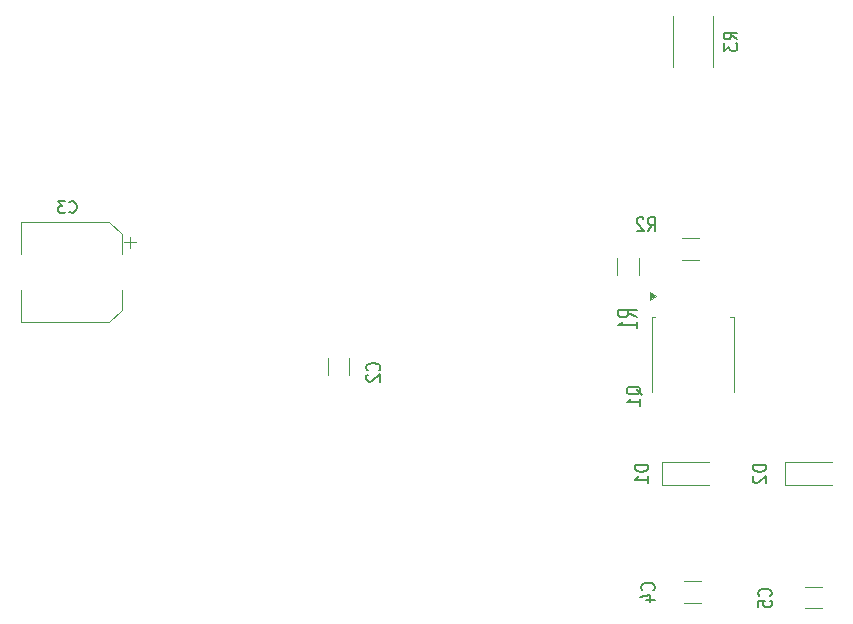
<source format=gbr>
%TF.GenerationSoftware,KiCad,Pcbnew,9.0.1*%
%TF.CreationDate,2025-07-20T02:37:13-05:00*%
%TF.ProjectId,Modulo CO2 de bus TM,4d6f6475-6c6f-4204-934f-322064652062,rev?*%
%TF.SameCoordinates,Original*%
%TF.FileFunction,Legend,Bot*%
%TF.FilePolarity,Positive*%
%FSLAX46Y46*%
G04 Gerber Fmt 4.6, Leading zero omitted, Abs format (unit mm)*
G04 Created by KiCad (PCBNEW 9.0.1) date 2025-07-20 02:37:13*
%MOMM*%
%LPD*%
G01*
G04 APERTURE LIST*
%ADD10C,0.200000*%
%ADD11C,0.150000*%
%ADD12C,0.120000*%
G04 APERTURE END LIST*
D10*
X94065761Y-102920833D02*
X94121000Y-102873214D01*
X94121000Y-102873214D02*
X94176238Y-102730357D01*
X94176238Y-102730357D02*
X94176238Y-102635119D01*
X94176238Y-102635119D02*
X94121000Y-102492262D01*
X94121000Y-102492262D02*
X94010523Y-102397024D01*
X94010523Y-102397024D02*
X93900047Y-102349405D01*
X93900047Y-102349405D02*
X93679095Y-102301786D01*
X93679095Y-102301786D02*
X93513380Y-102301786D01*
X93513380Y-102301786D02*
X93292428Y-102349405D01*
X93292428Y-102349405D02*
X93181952Y-102397024D01*
X93181952Y-102397024D02*
X93071476Y-102492262D01*
X93071476Y-102492262D02*
X93016238Y-102635119D01*
X93016238Y-102635119D02*
X93016238Y-102730357D01*
X93016238Y-102730357D02*
X93071476Y-102873214D01*
X93071476Y-102873214D02*
X93126714Y-102920833D01*
X93016238Y-103825595D02*
X93016238Y-103349405D01*
X93016238Y-103349405D02*
X93568619Y-103301786D01*
X93568619Y-103301786D02*
X93513380Y-103349405D01*
X93513380Y-103349405D02*
X93458142Y-103444643D01*
X93458142Y-103444643D02*
X93458142Y-103682738D01*
X93458142Y-103682738D02*
X93513380Y-103777976D01*
X93513380Y-103777976D02*
X93568619Y-103825595D01*
X93568619Y-103825595D02*
X93679095Y-103873214D01*
X93679095Y-103873214D02*
X93955285Y-103873214D01*
X93955285Y-103873214D02*
X94065761Y-103825595D01*
X94065761Y-103825595D02*
X94121000Y-103777976D01*
X94121000Y-103777976D02*
X94176238Y-103682738D01*
X94176238Y-103682738D02*
X94176238Y-103444643D01*
X94176238Y-103444643D02*
X94121000Y-103349405D01*
X94121000Y-103349405D02*
X94065761Y-103301786D01*
D11*
X34706666Y-70399580D02*
X34754285Y-70447200D01*
X34754285Y-70447200D02*
X34897142Y-70494819D01*
X34897142Y-70494819D02*
X34992380Y-70494819D01*
X34992380Y-70494819D02*
X35135237Y-70447200D01*
X35135237Y-70447200D02*
X35230475Y-70351961D01*
X35230475Y-70351961D02*
X35278094Y-70256723D01*
X35278094Y-70256723D02*
X35325713Y-70066247D01*
X35325713Y-70066247D02*
X35325713Y-69923390D01*
X35325713Y-69923390D02*
X35278094Y-69732914D01*
X35278094Y-69732914D02*
X35230475Y-69637676D01*
X35230475Y-69637676D02*
X35135237Y-69542438D01*
X35135237Y-69542438D02*
X34992380Y-69494819D01*
X34992380Y-69494819D02*
X34897142Y-69494819D01*
X34897142Y-69494819D02*
X34754285Y-69542438D01*
X34754285Y-69542438D02*
X34706666Y-69590057D01*
X34373332Y-69494819D02*
X33754285Y-69494819D01*
X33754285Y-69494819D02*
X34087618Y-69875771D01*
X34087618Y-69875771D02*
X33944761Y-69875771D01*
X33944761Y-69875771D02*
X33849523Y-69923390D01*
X33849523Y-69923390D02*
X33801904Y-69971009D01*
X33801904Y-69971009D02*
X33754285Y-70066247D01*
X33754285Y-70066247D02*
X33754285Y-70304342D01*
X33754285Y-70304342D02*
X33801904Y-70399580D01*
X33801904Y-70399580D02*
X33849523Y-70447200D01*
X33849523Y-70447200D02*
X33944761Y-70494819D01*
X33944761Y-70494819D02*
X34230475Y-70494819D01*
X34230475Y-70494819D02*
X34325713Y-70447200D01*
X34325713Y-70447200D02*
X34373332Y-70399580D01*
D10*
X91276238Y-55795833D02*
X90723857Y-55462500D01*
X91276238Y-55224405D02*
X90116238Y-55224405D01*
X90116238Y-55224405D02*
X90116238Y-55605357D01*
X90116238Y-55605357D02*
X90171476Y-55700595D01*
X90171476Y-55700595D02*
X90226714Y-55748214D01*
X90226714Y-55748214D02*
X90337190Y-55795833D01*
X90337190Y-55795833D02*
X90502904Y-55795833D01*
X90502904Y-55795833D02*
X90613380Y-55748214D01*
X90613380Y-55748214D02*
X90668619Y-55700595D01*
X90668619Y-55700595D02*
X90723857Y-55605357D01*
X90723857Y-55605357D02*
X90723857Y-55224405D01*
X90116238Y-56129167D02*
X90116238Y-56748214D01*
X90116238Y-56748214D02*
X90558142Y-56414881D01*
X90558142Y-56414881D02*
X90558142Y-56557738D01*
X90558142Y-56557738D02*
X90613380Y-56652976D01*
X90613380Y-56652976D02*
X90668619Y-56700595D01*
X90668619Y-56700595D02*
X90779095Y-56748214D01*
X90779095Y-56748214D02*
X91055285Y-56748214D01*
X91055285Y-56748214D02*
X91165761Y-56700595D01*
X91165761Y-56700595D02*
X91221000Y-56652976D01*
X91221000Y-56652976D02*
X91276238Y-56557738D01*
X91276238Y-56557738D02*
X91276238Y-56272024D01*
X91276238Y-56272024D02*
X91221000Y-56176786D01*
X91221000Y-56176786D02*
X91165761Y-56129167D01*
X83161714Y-85907261D02*
X83106476Y-85812023D01*
X83106476Y-85812023D02*
X82996000Y-85716785D01*
X82996000Y-85716785D02*
X82830285Y-85573928D01*
X82830285Y-85573928D02*
X82775047Y-85478690D01*
X82775047Y-85478690D02*
X82775047Y-85383452D01*
X83051238Y-85431071D02*
X82996000Y-85335833D01*
X82996000Y-85335833D02*
X82885523Y-85240595D01*
X82885523Y-85240595D02*
X82664571Y-85192976D01*
X82664571Y-85192976D02*
X82277904Y-85192976D01*
X82277904Y-85192976D02*
X82056952Y-85240595D01*
X82056952Y-85240595D02*
X81946476Y-85335833D01*
X81946476Y-85335833D02*
X81891238Y-85431071D01*
X81891238Y-85431071D02*
X81891238Y-85621547D01*
X81891238Y-85621547D02*
X81946476Y-85716785D01*
X81946476Y-85716785D02*
X82056952Y-85812023D01*
X82056952Y-85812023D02*
X82277904Y-85859642D01*
X82277904Y-85859642D02*
X82664571Y-85859642D01*
X82664571Y-85859642D02*
X82885523Y-85812023D01*
X82885523Y-85812023D02*
X82996000Y-85716785D01*
X82996000Y-85716785D02*
X83051238Y-85621547D01*
X83051238Y-85621547D02*
X83051238Y-85431071D01*
X83051238Y-86812023D02*
X83051238Y-86240595D01*
X83051238Y-86526309D02*
X81891238Y-86526309D01*
X81891238Y-86526309D02*
X82056952Y-86431071D01*
X82056952Y-86431071D02*
X82167428Y-86335833D01*
X82167428Y-86335833D02*
X82222666Y-86240595D01*
X82754790Y-79310833D02*
X81992885Y-78977500D01*
X82754790Y-78739405D02*
X81154790Y-78739405D01*
X81154790Y-78739405D02*
X81154790Y-79120357D01*
X81154790Y-79120357D02*
X81230980Y-79215595D01*
X81230980Y-79215595D02*
X81307171Y-79263214D01*
X81307171Y-79263214D02*
X81459552Y-79310833D01*
X81459552Y-79310833D02*
X81688123Y-79310833D01*
X81688123Y-79310833D02*
X81840504Y-79263214D01*
X81840504Y-79263214D02*
X81916695Y-79215595D01*
X81916695Y-79215595D02*
X81992885Y-79120357D01*
X81992885Y-79120357D02*
X81992885Y-78739405D01*
X82754790Y-80263214D02*
X82754790Y-79691786D01*
X82754790Y-79977500D02*
X81154790Y-79977500D01*
X81154790Y-79977500D02*
X81383361Y-79882262D01*
X81383361Y-79882262D02*
X81535742Y-79787024D01*
X81535742Y-79787024D02*
X81611933Y-79691786D01*
X83726238Y-91824405D02*
X82566238Y-91824405D01*
X82566238Y-91824405D02*
X82566238Y-92062500D01*
X82566238Y-92062500D02*
X82621476Y-92205357D01*
X82621476Y-92205357D02*
X82731952Y-92300595D01*
X82731952Y-92300595D02*
X82842428Y-92348214D01*
X82842428Y-92348214D02*
X83063380Y-92395833D01*
X83063380Y-92395833D02*
X83229095Y-92395833D01*
X83229095Y-92395833D02*
X83450047Y-92348214D01*
X83450047Y-92348214D02*
X83560523Y-92300595D01*
X83560523Y-92300595D02*
X83671000Y-92205357D01*
X83671000Y-92205357D02*
X83726238Y-92062500D01*
X83726238Y-92062500D02*
X83726238Y-91824405D01*
X83726238Y-93348214D02*
X83726238Y-92776786D01*
X83726238Y-93062500D02*
X82566238Y-93062500D01*
X82566238Y-93062500D02*
X82731952Y-92967262D01*
X82731952Y-92967262D02*
X82842428Y-92872024D01*
X82842428Y-92872024D02*
X82897666Y-92776786D01*
X60915761Y-83808333D02*
X60971000Y-83760714D01*
X60971000Y-83760714D02*
X61026238Y-83617857D01*
X61026238Y-83617857D02*
X61026238Y-83522619D01*
X61026238Y-83522619D02*
X60971000Y-83379762D01*
X60971000Y-83379762D02*
X60860523Y-83284524D01*
X60860523Y-83284524D02*
X60750047Y-83236905D01*
X60750047Y-83236905D02*
X60529095Y-83189286D01*
X60529095Y-83189286D02*
X60363380Y-83189286D01*
X60363380Y-83189286D02*
X60142428Y-83236905D01*
X60142428Y-83236905D02*
X60031952Y-83284524D01*
X60031952Y-83284524D02*
X59921476Y-83379762D01*
X59921476Y-83379762D02*
X59866238Y-83522619D01*
X59866238Y-83522619D02*
X59866238Y-83617857D01*
X59866238Y-83617857D02*
X59921476Y-83760714D01*
X59921476Y-83760714D02*
X59976714Y-83808333D01*
X59976714Y-84189286D02*
X59921476Y-84236905D01*
X59921476Y-84236905D02*
X59866238Y-84332143D01*
X59866238Y-84332143D02*
X59866238Y-84570238D01*
X59866238Y-84570238D02*
X59921476Y-84665476D01*
X59921476Y-84665476D02*
X59976714Y-84713095D01*
X59976714Y-84713095D02*
X60087190Y-84760714D01*
X60087190Y-84760714D02*
X60197666Y-84760714D01*
X60197666Y-84760714D02*
X60363380Y-84713095D01*
X60363380Y-84713095D02*
X61026238Y-84141667D01*
X61026238Y-84141667D02*
X61026238Y-84760714D01*
X84165761Y-102420833D02*
X84221000Y-102373214D01*
X84221000Y-102373214D02*
X84276238Y-102230357D01*
X84276238Y-102230357D02*
X84276238Y-102135119D01*
X84276238Y-102135119D02*
X84221000Y-101992262D01*
X84221000Y-101992262D02*
X84110523Y-101897024D01*
X84110523Y-101897024D02*
X84000047Y-101849405D01*
X84000047Y-101849405D02*
X83779095Y-101801786D01*
X83779095Y-101801786D02*
X83613380Y-101801786D01*
X83613380Y-101801786D02*
X83392428Y-101849405D01*
X83392428Y-101849405D02*
X83281952Y-101897024D01*
X83281952Y-101897024D02*
X83171476Y-101992262D01*
X83171476Y-101992262D02*
X83116238Y-102135119D01*
X83116238Y-102135119D02*
X83116238Y-102230357D01*
X83116238Y-102230357D02*
X83171476Y-102373214D01*
X83171476Y-102373214D02*
X83226714Y-102420833D01*
X83502904Y-103277976D02*
X84276238Y-103277976D01*
X83061000Y-103039881D02*
X83889571Y-102801786D01*
X83889571Y-102801786D02*
X83889571Y-103420833D01*
X93726238Y-91824405D02*
X92566238Y-91824405D01*
X92566238Y-91824405D02*
X92566238Y-92062500D01*
X92566238Y-92062500D02*
X92621476Y-92205357D01*
X92621476Y-92205357D02*
X92731952Y-92300595D01*
X92731952Y-92300595D02*
X92842428Y-92348214D01*
X92842428Y-92348214D02*
X93063380Y-92395833D01*
X93063380Y-92395833D02*
X93229095Y-92395833D01*
X93229095Y-92395833D02*
X93450047Y-92348214D01*
X93450047Y-92348214D02*
X93560523Y-92300595D01*
X93560523Y-92300595D02*
X93671000Y-92205357D01*
X93671000Y-92205357D02*
X93726238Y-92062500D01*
X93726238Y-92062500D02*
X93726238Y-91824405D01*
X92676714Y-92776786D02*
X92621476Y-92824405D01*
X92621476Y-92824405D02*
X92566238Y-92919643D01*
X92566238Y-92919643D02*
X92566238Y-93157738D01*
X92566238Y-93157738D02*
X92621476Y-93252976D01*
X92621476Y-93252976D02*
X92676714Y-93300595D01*
X92676714Y-93300595D02*
X92787190Y-93348214D01*
X92787190Y-93348214D02*
X92897666Y-93348214D01*
X92897666Y-93348214D02*
X93063380Y-93300595D01*
X93063380Y-93300595D02*
X93726238Y-92729167D01*
X93726238Y-92729167D02*
X93726238Y-93348214D01*
X83691666Y-72028738D02*
X84024999Y-71476357D01*
X84263094Y-72028738D02*
X84263094Y-70868738D01*
X84263094Y-70868738D02*
X83882142Y-70868738D01*
X83882142Y-70868738D02*
X83786904Y-70923976D01*
X83786904Y-70923976D02*
X83739285Y-70979214D01*
X83739285Y-70979214D02*
X83691666Y-71089690D01*
X83691666Y-71089690D02*
X83691666Y-71255404D01*
X83691666Y-71255404D02*
X83739285Y-71365880D01*
X83739285Y-71365880D02*
X83786904Y-71421119D01*
X83786904Y-71421119D02*
X83882142Y-71476357D01*
X83882142Y-71476357D02*
X84263094Y-71476357D01*
X83310713Y-70979214D02*
X83263094Y-70923976D01*
X83263094Y-70923976D02*
X83167856Y-70868738D01*
X83167856Y-70868738D02*
X82929761Y-70868738D01*
X82929761Y-70868738D02*
X82834523Y-70923976D01*
X82834523Y-70923976D02*
X82786904Y-70979214D01*
X82786904Y-70979214D02*
X82739285Y-71089690D01*
X82739285Y-71089690D02*
X82739285Y-71200166D01*
X82739285Y-71200166D02*
X82786904Y-71365880D01*
X82786904Y-71365880D02*
X83358332Y-72028738D01*
X83358332Y-72028738D02*
X82739285Y-72028738D01*
D12*
%TO.C,C5*%
X98411252Y-102152500D02*
X96988748Y-102152500D01*
X98411252Y-103972500D02*
X96988748Y-103972500D01*
%TO.C,C3*%
X30620000Y-71240000D02*
X30620000Y-73990000D01*
X30620000Y-79760000D02*
X30620000Y-77010000D01*
X38075563Y-71240000D02*
X30620000Y-71240000D01*
X38075563Y-79760000D02*
X30620000Y-79760000D01*
X39140000Y-72304437D02*
X38075563Y-71240000D01*
X39140000Y-72304437D02*
X39140000Y-73990000D01*
X39140000Y-78695563D02*
X38075563Y-79760000D01*
X39140000Y-78695563D02*
X39140000Y-77010000D01*
X39880000Y-72490000D02*
X39880000Y-73490000D01*
X40380000Y-72990000D02*
X39380000Y-72990000D01*
%TO.C,R3*%
X85790000Y-58139564D02*
X85790000Y-53785436D01*
X89210000Y-58139564D02*
X89210000Y-53785436D01*
%TO.C,Q1*%
X84050000Y-79257500D02*
X84320000Y-79257500D01*
X84050000Y-85677500D02*
X84050000Y-79257500D01*
X90950000Y-79257500D02*
X90680000Y-79257500D01*
X90950000Y-85677500D02*
X90950000Y-79257500D01*
X84360000Y-77527500D02*
X83890000Y-77867500D01*
X83890000Y-77187500D01*
X84360000Y-77527500D01*
G36*
X84360000Y-77527500D02*
G01*
X83890000Y-77867500D01*
X83890000Y-77187500D01*
X84360000Y-77527500D01*
G37*
%TO.C,R1*%
X81115000Y-75729564D02*
X81115000Y-74275436D01*
X82935000Y-75729564D02*
X82935000Y-74275436D01*
%TO.C,D1*%
X84890000Y-91562500D02*
X88900000Y-91562500D01*
X84890000Y-93562500D02*
X84890000Y-91562500D01*
X84890000Y-93562500D02*
X88900000Y-93562500D01*
%TO.C,C2*%
X56590000Y-84211252D02*
X56590000Y-82788748D01*
X58410000Y-84211252D02*
X58410000Y-82788748D01*
%TO.C,C4*%
X88211252Y-101652500D02*
X86788748Y-101652500D01*
X88211252Y-103472500D02*
X86788748Y-103472500D01*
%TO.C,D2*%
X95290000Y-91562500D02*
X99300000Y-91562500D01*
X95290000Y-93562500D02*
X95290000Y-91562500D01*
X95290000Y-93562500D02*
X99300000Y-93562500D01*
%TO.C,R2*%
X88044564Y-72617500D02*
X86590436Y-72617500D01*
X88044564Y-74437500D02*
X86590436Y-74437500D01*
%TD*%
%LPC*%
G36*
X96553400Y-102003038D02*
G01*
X96624771Y-102009730D01*
X96648853Y-102018156D01*
X96676697Y-102022567D01*
X96710111Y-102039592D01*
X96741314Y-102050511D01*
X96763106Y-102066594D01*
X96790992Y-102080803D01*
X96815318Y-102105129D01*
X96839513Y-102122986D01*
X96857369Y-102147180D01*
X96881697Y-102171508D01*
X96895906Y-102199395D01*
X96911988Y-102221185D01*
X96922905Y-102252383D01*
X96939933Y-102285803D01*
X96944343Y-102313649D01*
X96952769Y-102337728D01*
X96959459Y-102409086D01*
X96960000Y-102412500D01*
X96960000Y-103712500D01*
X96959458Y-103715915D01*
X96952769Y-103787271D01*
X96944343Y-103811348D01*
X96939933Y-103839197D01*
X96922904Y-103872618D01*
X96911988Y-103903814D01*
X96895907Y-103925601D01*
X96881697Y-103953492D01*
X96857366Y-103977822D01*
X96839513Y-104002013D01*
X96815322Y-104019866D01*
X96790992Y-104044197D01*
X96763101Y-104058407D01*
X96741314Y-104074488D01*
X96710118Y-104085404D01*
X96676697Y-104102433D01*
X96648848Y-104106843D01*
X96624771Y-104115269D01*
X96553414Y-104121959D01*
X96550000Y-104122500D01*
X95900000Y-104122500D01*
X95896585Y-104121959D01*
X95825228Y-104115269D01*
X95801149Y-104106843D01*
X95773303Y-104102433D01*
X95739883Y-104085405D01*
X95708685Y-104074488D01*
X95686895Y-104058406D01*
X95659008Y-104044197D01*
X95634680Y-104019869D01*
X95610486Y-104002013D01*
X95592629Y-103977818D01*
X95568303Y-103953492D01*
X95554094Y-103925606D01*
X95538011Y-103903814D01*
X95527092Y-103872611D01*
X95510067Y-103839197D01*
X95505656Y-103811353D01*
X95497230Y-103787271D01*
X95490538Y-103715899D01*
X95490000Y-103712500D01*
X95490000Y-102412500D01*
X95490538Y-102409101D01*
X95497230Y-102337728D01*
X95505657Y-102313644D01*
X95510067Y-102285803D01*
X95527091Y-102252390D01*
X95538011Y-102221185D01*
X95554096Y-102199390D01*
X95568303Y-102171508D01*
X95592626Y-102147184D01*
X95610486Y-102122986D01*
X95634684Y-102105126D01*
X95659008Y-102080803D01*
X95686890Y-102066596D01*
X95708685Y-102050511D01*
X95739890Y-102039591D01*
X95773303Y-102022567D01*
X95801144Y-102018157D01*
X95825228Y-102009730D01*
X95896602Y-102003038D01*
X95900000Y-102002500D01*
X96550000Y-102002500D01*
X96553400Y-102003038D01*
G37*
G36*
X99503400Y-102003038D02*
G01*
X99574771Y-102009730D01*
X99598853Y-102018156D01*
X99626697Y-102022567D01*
X99660111Y-102039592D01*
X99691314Y-102050511D01*
X99713106Y-102066594D01*
X99740992Y-102080803D01*
X99765318Y-102105129D01*
X99789513Y-102122986D01*
X99807369Y-102147180D01*
X99831697Y-102171508D01*
X99845906Y-102199395D01*
X99861988Y-102221185D01*
X99872905Y-102252383D01*
X99889933Y-102285803D01*
X99894343Y-102313649D01*
X99902769Y-102337728D01*
X99909459Y-102409086D01*
X99910000Y-102412500D01*
X99910000Y-103712500D01*
X99909458Y-103715915D01*
X99902769Y-103787271D01*
X99894343Y-103811348D01*
X99889933Y-103839197D01*
X99872904Y-103872618D01*
X99861988Y-103903814D01*
X99845907Y-103925601D01*
X99831697Y-103953492D01*
X99807366Y-103977822D01*
X99789513Y-104002013D01*
X99765322Y-104019866D01*
X99740992Y-104044197D01*
X99713101Y-104058407D01*
X99691314Y-104074488D01*
X99660118Y-104085404D01*
X99626697Y-104102433D01*
X99598848Y-104106843D01*
X99574771Y-104115269D01*
X99503414Y-104121959D01*
X99500000Y-104122500D01*
X98850000Y-104122500D01*
X98846585Y-104121959D01*
X98775228Y-104115269D01*
X98751149Y-104106843D01*
X98723303Y-104102433D01*
X98689883Y-104085405D01*
X98658685Y-104074488D01*
X98636895Y-104058406D01*
X98609008Y-104044197D01*
X98584680Y-104019869D01*
X98560486Y-104002013D01*
X98542629Y-103977818D01*
X98518303Y-103953492D01*
X98504094Y-103925606D01*
X98488011Y-103903814D01*
X98477092Y-103872611D01*
X98460067Y-103839197D01*
X98455656Y-103811353D01*
X98447230Y-103787271D01*
X98440538Y-103715899D01*
X98440000Y-103712500D01*
X98440000Y-102412500D01*
X98440538Y-102409101D01*
X98447230Y-102337728D01*
X98455657Y-102313644D01*
X98460067Y-102285803D01*
X98477091Y-102252390D01*
X98488011Y-102221185D01*
X98504096Y-102199390D01*
X98518303Y-102171508D01*
X98542626Y-102147184D01*
X98560486Y-102122986D01*
X98584684Y-102105126D01*
X98609008Y-102080803D01*
X98636890Y-102066596D01*
X98658685Y-102050511D01*
X98689890Y-102039591D01*
X98723303Y-102022567D01*
X98751144Y-102018157D01*
X98775228Y-102009730D01*
X98846602Y-102003038D01*
X98850000Y-102002500D01*
X99500000Y-102002500D01*
X99503400Y-102003038D01*
G37*
G36*
X86353400Y-101503038D02*
G01*
X86424771Y-101509730D01*
X86448853Y-101518156D01*
X86476697Y-101522567D01*
X86510111Y-101539592D01*
X86541314Y-101550511D01*
X86563106Y-101566594D01*
X86590992Y-101580803D01*
X86615318Y-101605129D01*
X86639513Y-101622986D01*
X86657369Y-101647180D01*
X86681697Y-101671508D01*
X86695906Y-101699395D01*
X86711988Y-101721185D01*
X86722905Y-101752383D01*
X86739933Y-101785803D01*
X86744343Y-101813649D01*
X86752769Y-101837728D01*
X86759459Y-101909086D01*
X86760000Y-101912500D01*
X86760000Y-103212500D01*
X86759458Y-103215915D01*
X86752769Y-103287271D01*
X86744343Y-103311348D01*
X86739933Y-103339197D01*
X86722904Y-103372618D01*
X86711988Y-103403814D01*
X86695907Y-103425601D01*
X86681697Y-103453492D01*
X86657366Y-103477822D01*
X86639513Y-103502013D01*
X86615322Y-103519866D01*
X86590992Y-103544197D01*
X86563101Y-103558407D01*
X86541314Y-103574488D01*
X86510118Y-103585404D01*
X86476697Y-103602433D01*
X86448848Y-103606843D01*
X86424771Y-103615269D01*
X86353414Y-103621959D01*
X86350000Y-103622500D01*
X85700000Y-103622500D01*
X85696585Y-103621959D01*
X85625228Y-103615269D01*
X85601149Y-103606843D01*
X85573303Y-103602433D01*
X85539883Y-103585405D01*
X85508685Y-103574488D01*
X85486895Y-103558406D01*
X85459008Y-103544197D01*
X85434680Y-103519869D01*
X85410486Y-103502013D01*
X85392629Y-103477818D01*
X85368303Y-103453492D01*
X85354094Y-103425606D01*
X85338011Y-103403814D01*
X85327092Y-103372611D01*
X85310067Y-103339197D01*
X85305656Y-103311353D01*
X85297230Y-103287271D01*
X85290538Y-103215899D01*
X85290000Y-103212500D01*
X85290000Y-101912500D01*
X85290538Y-101909101D01*
X85297230Y-101837728D01*
X85305657Y-101813644D01*
X85310067Y-101785803D01*
X85327091Y-101752390D01*
X85338011Y-101721185D01*
X85354096Y-101699390D01*
X85368303Y-101671508D01*
X85392626Y-101647184D01*
X85410486Y-101622986D01*
X85434684Y-101605126D01*
X85459008Y-101580803D01*
X85486890Y-101566596D01*
X85508685Y-101550511D01*
X85539890Y-101539591D01*
X85573303Y-101522567D01*
X85601144Y-101518157D01*
X85625228Y-101509730D01*
X85696602Y-101503038D01*
X85700000Y-101502500D01*
X86350000Y-101502500D01*
X86353400Y-101503038D01*
G37*
G36*
X89303400Y-101503038D02*
G01*
X89374771Y-101509730D01*
X89398853Y-101518156D01*
X89426697Y-101522567D01*
X89460111Y-101539592D01*
X89491314Y-101550511D01*
X89513106Y-101566594D01*
X89540992Y-101580803D01*
X89565318Y-101605129D01*
X89589513Y-101622986D01*
X89607369Y-101647180D01*
X89631697Y-101671508D01*
X89645906Y-101699395D01*
X89661988Y-101721185D01*
X89672905Y-101752383D01*
X89689933Y-101785803D01*
X89694343Y-101813649D01*
X89702769Y-101837728D01*
X89709459Y-101909086D01*
X89710000Y-101912500D01*
X89710000Y-103212500D01*
X89709458Y-103215915D01*
X89702769Y-103287271D01*
X89694343Y-103311348D01*
X89689933Y-103339197D01*
X89672904Y-103372618D01*
X89661988Y-103403814D01*
X89645907Y-103425601D01*
X89631697Y-103453492D01*
X89607366Y-103477822D01*
X89589513Y-103502013D01*
X89565322Y-103519866D01*
X89540992Y-103544197D01*
X89513101Y-103558407D01*
X89491314Y-103574488D01*
X89460118Y-103585404D01*
X89426697Y-103602433D01*
X89398848Y-103606843D01*
X89374771Y-103615269D01*
X89303414Y-103621959D01*
X89300000Y-103622500D01*
X88650000Y-103622500D01*
X88646585Y-103621959D01*
X88575228Y-103615269D01*
X88551149Y-103606843D01*
X88523303Y-103602433D01*
X88489883Y-103585405D01*
X88458685Y-103574488D01*
X88436895Y-103558406D01*
X88409008Y-103544197D01*
X88384680Y-103519869D01*
X88360486Y-103502013D01*
X88342629Y-103477818D01*
X88318303Y-103453492D01*
X88304094Y-103425606D01*
X88288011Y-103403814D01*
X88277092Y-103372611D01*
X88260067Y-103339197D01*
X88255656Y-103311353D01*
X88247230Y-103287271D01*
X88240538Y-103215899D01*
X88240000Y-103212500D01*
X88240000Y-101912500D01*
X88240538Y-101909101D01*
X88247230Y-101837728D01*
X88255657Y-101813644D01*
X88260067Y-101785803D01*
X88277091Y-101752390D01*
X88288011Y-101721185D01*
X88304096Y-101699390D01*
X88318303Y-101671508D01*
X88342626Y-101647184D01*
X88360486Y-101622986D01*
X88384684Y-101605126D01*
X88409008Y-101580803D01*
X88436890Y-101566596D01*
X88458685Y-101550511D01*
X88489890Y-101539591D01*
X88523303Y-101522567D01*
X88551144Y-101518157D01*
X88575228Y-101509730D01*
X88646602Y-101503038D01*
X88650000Y-101502500D01*
X89300000Y-101502500D01*
X89303400Y-101503038D01*
G37*
G36*
X108770797Y-100422051D02*
G01*
X108943913Y-100478300D01*
X109106098Y-100560937D01*
X109253360Y-100667929D01*
X109382071Y-100796640D01*
X109489063Y-100943902D01*
X109571700Y-101106087D01*
X109627949Y-101279203D01*
X109656424Y-101458987D01*
X109660000Y-101550000D01*
X109660000Y-102450000D01*
X109656424Y-102541013D01*
X109627949Y-102720797D01*
X109571700Y-102893913D01*
X109489063Y-103056098D01*
X109382071Y-103203360D01*
X109253360Y-103332071D01*
X109106098Y-103439063D01*
X108943913Y-103521700D01*
X108770797Y-103577949D01*
X108591013Y-103606424D01*
X108408987Y-103606424D01*
X108229203Y-103577949D01*
X108056087Y-103521700D01*
X107893902Y-103439063D01*
X107746640Y-103332071D01*
X107617929Y-103203360D01*
X107510937Y-103056098D01*
X107428300Y-102893913D01*
X107372051Y-102720797D01*
X107343576Y-102541013D01*
X107340000Y-102450000D01*
X107340000Y-101550000D01*
X107343576Y-101458987D01*
X107372051Y-101279203D01*
X107428300Y-101106087D01*
X107510937Y-100943902D01*
X107617929Y-100796640D01*
X107746640Y-100667929D01*
X107893902Y-100560937D01*
X108056087Y-100478300D01*
X108229203Y-100422051D01*
X108408987Y-100393576D01*
X108591013Y-100393576D01*
X108770797Y-100422051D01*
G37*
G36*
X113770797Y-100422051D02*
G01*
X113943913Y-100478300D01*
X114106098Y-100560937D01*
X114253360Y-100667929D01*
X114382071Y-100796640D01*
X114489063Y-100943902D01*
X114571700Y-101106087D01*
X114627949Y-101279203D01*
X114656424Y-101458987D01*
X114660000Y-101550000D01*
X114660000Y-102450000D01*
X114656424Y-102541013D01*
X114627949Y-102720797D01*
X114571700Y-102893913D01*
X114489063Y-103056098D01*
X114382071Y-103203360D01*
X114253360Y-103332071D01*
X114106098Y-103439063D01*
X113943913Y-103521700D01*
X113770797Y-103577949D01*
X113591013Y-103606424D01*
X113408987Y-103606424D01*
X113229203Y-103577949D01*
X113056087Y-103521700D01*
X112893902Y-103439063D01*
X112746640Y-103332071D01*
X112617929Y-103203360D01*
X112510937Y-103056098D01*
X112428300Y-102893913D01*
X112372051Y-102720797D01*
X112343576Y-102541013D01*
X112340000Y-102450000D01*
X112340000Y-101550000D01*
X112343576Y-101458987D01*
X112372051Y-101279203D01*
X112428300Y-101106087D01*
X112510937Y-100943902D01*
X112617929Y-100796640D01*
X112746640Y-100667929D01*
X112893902Y-100560937D01*
X113056087Y-100478300D01*
X113229203Y-100422051D01*
X113408987Y-100393576D01*
X113591013Y-100393576D01*
X113770797Y-100422051D01*
G37*
G36*
X27570181Y-99538429D02*
G01*
X27822879Y-99606140D01*
X28064577Y-99706255D01*
X28291140Y-99837061D01*
X28498692Y-99996320D01*
X28683680Y-100181308D01*
X28842939Y-100388860D01*
X28973745Y-100615423D01*
X29073860Y-100857121D01*
X29141571Y-101109819D01*
X29175718Y-101369194D01*
X29175718Y-101630806D01*
X29141571Y-101890181D01*
X29073860Y-102142879D01*
X28973745Y-102384577D01*
X28842939Y-102611140D01*
X28683680Y-102818692D01*
X28498692Y-103003680D01*
X28291140Y-103162939D01*
X28064577Y-103293745D01*
X27822879Y-103393860D01*
X27570181Y-103461571D01*
X27310806Y-103495718D01*
X27049194Y-103495718D01*
X26789819Y-103461571D01*
X26537121Y-103393860D01*
X26295423Y-103293745D01*
X26068860Y-103162939D01*
X25861308Y-103003680D01*
X25676320Y-102818692D01*
X25517061Y-102611140D01*
X25386255Y-102384577D01*
X25286140Y-102142879D01*
X25218429Y-101890181D01*
X25184282Y-101630806D01*
X25184282Y-101369194D01*
X25218429Y-101109819D01*
X25286140Y-100857121D01*
X25386255Y-100615423D01*
X25517061Y-100388860D01*
X25676320Y-100181308D01*
X25861308Y-99996320D01*
X26068860Y-99837061D01*
X26295423Y-99706255D01*
X26537121Y-99606140D01*
X26789819Y-99538429D01*
X27049194Y-99504282D01*
X27310806Y-99504282D01*
X27570181Y-99538429D01*
G37*
G36*
X121890181Y-99538429D02*
G01*
X122142879Y-99606140D01*
X122384577Y-99706255D01*
X122611140Y-99837061D01*
X122818692Y-99996320D01*
X123003680Y-100181308D01*
X123162939Y-100388860D01*
X123293745Y-100615423D01*
X123393860Y-100857121D01*
X123461571Y-101109819D01*
X123495718Y-101369194D01*
X123495718Y-101630806D01*
X123461571Y-101890181D01*
X123393860Y-102142879D01*
X123293745Y-102384577D01*
X123162939Y-102611140D01*
X123003680Y-102818692D01*
X122818692Y-103003680D01*
X122611140Y-103162939D01*
X122384577Y-103293745D01*
X122142879Y-103393860D01*
X121890181Y-103461571D01*
X121630806Y-103495718D01*
X121369194Y-103495718D01*
X121109819Y-103461571D01*
X120857121Y-103393860D01*
X120615423Y-103293745D01*
X120388860Y-103162939D01*
X120181308Y-103003680D01*
X119996320Y-102818692D01*
X119837061Y-102611140D01*
X119706255Y-102384577D01*
X119606140Y-102142879D01*
X119538429Y-101890181D01*
X119504282Y-101630806D01*
X119504282Y-101369194D01*
X119538429Y-101109819D01*
X119606140Y-100857121D01*
X119706255Y-100615423D01*
X119837061Y-100388860D01*
X119996320Y-100181308D01*
X120181308Y-99996320D01*
X120388860Y-99837061D01*
X120615423Y-99706255D01*
X120857121Y-99606140D01*
X121109819Y-99538429D01*
X121369194Y-99504282D01*
X121630806Y-99504282D01*
X121890181Y-99538429D01*
G37*
G36*
X86779232Y-97615616D02*
G01*
X86845123Y-97621795D01*
X86861876Y-97627657D01*
X86884854Y-97631005D01*
X86918624Y-97647514D01*
X86954635Y-97660115D01*
X86974717Y-97674936D01*
X86998715Y-97686668D01*
X87021537Y-97709490D01*
X87046837Y-97728162D01*
X87065508Y-97753461D01*
X87088332Y-97776285D01*
X87100063Y-97800283D01*
X87114884Y-97820364D01*
X87127482Y-97856369D01*
X87143995Y-97890146D01*
X87147343Y-97913129D01*
X87153203Y-97929875D01*
X87159380Y-97995746D01*
X87160000Y-98000000D01*
X87160000Y-99050000D01*
X87159380Y-99054251D01*
X87153204Y-99120123D01*
X87147343Y-99136871D01*
X87143995Y-99159854D01*
X87127482Y-99193631D01*
X87114884Y-99229635D01*
X87100065Y-99249713D01*
X87088332Y-99273715D01*
X87065505Y-99296541D01*
X87046837Y-99321837D01*
X87021541Y-99340505D01*
X86998715Y-99363332D01*
X86974713Y-99375065D01*
X86954635Y-99389884D01*
X86918633Y-99402481D01*
X86884854Y-99418995D01*
X86861868Y-99422343D01*
X86845124Y-99428203D01*
X86779255Y-99434380D01*
X86775000Y-99435000D01*
X85725000Y-99435000D01*
X85720749Y-99434380D01*
X85654876Y-99428204D01*
X85638126Y-99422343D01*
X85615146Y-99418995D01*
X85581370Y-99402483D01*
X85545364Y-99389884D01*
X85525283Y-99375063D01*
X85501285Y-99363332D01*
X85478461Y-99340508D01*
X85453162Y-99321837D01*
X85434490Y-99296537D01*
X85411668Y-99273715D01*
X85399936Y-99249717D01*
X85385115Y-99229635D01*
X85372515Y-99193626D01*
X85356005Y-99159854D01*
X85352656Y-99136873D01*
X85346796Y-99120124D01*
X85340617Y-99054235D01*
X85340000Y-99050000D01*
X85340000Y-98000000D01*
X85340616Y-97995769D01*
X85346795Y-97929876D01*
X85352657Y-97913121D01*
X85356005Y-97890146D01*
X85372513Y-97856377D01*
X85385115Y-97820364D01*
X85399938Y-97800279D01*
X85411668Y-97776285D01*
X85434487Y-97753465D01*
X85453162Y-97728162D01*
X85478465Y-97709487D01*
X85501285Y-97686668D01*
X85525279Y-97674938D01*
X85545364Y-97660115D01*
X85581376Y-97647513D01*
X85615146Y-97631005D01*
X85638124Y-97627657D01*
X85654875Y-97621796D01*
X85720765Y-97615616D01*
X85725000Y-97615000D01*
X86775000Y-97615000D01*
X86779232Y-97615616D01*
G37*
G36*
X97029232Y-97615616D02*
G01*
X97095123Y-97621795D01*
X97111876Y-97627657D01*
X97134854Y-97631005D01*
X97168624Y-97647514D01*
X97204635Y-97660115D01*
X97224717Y-97674936D01*
X97248715Y-97686668D01*
X97271537Y-97709490D01*
X97296837Y-97728162D01*
X97315508Y-97753461D01*
X97338332Y-97776285D01*
X97350063Y-97800283D01*
X97364884Y-97820364D01*
X97377482Y-97856369D01*
X97393995Y-97890146D01*
X97397343Y-97913129D01*
X97403203Y-97929875D01*
X97409380Y-97995746D01*
X97410000Y-98000000D01*
X97410000Y-99050000D01*
X97409380Y-99054251D01*
X97403204Y-99120123D01*
X97397343Y-99136871D01*
X97393995Y-99159854D01*
X97377482Y-99193631D01*
X97364884Y-99229635D01*
X97350065Y-99249713D01*
X97338332Y-99273715D01*
X97315505Y-99296541D01*
X97296837Y-99321837D01*
X97271541Y-99340505D01*
X97248715Y-99363332D01*
X97224713Y-99375065D01*
X97204635Y-99389884D01*
X97168633Y-99402481D01*
X97134854Y-99418995D01*
X97111868Y-99422343D01*
X97095124Y-99428203D01*
X97029255Y-99434380D01*
X97025000Y-99435000D01*
X95975000Y-99435000D01*
X95970749Y-99434380D01*
X95904876Y-99428204D01*
X95888126Y-99422343D01*
X95865146Y-99418995D01*
X95831370Y-99402483D01*
X95795364Y-99389884D01*
X95775283Y-99375063D01*
X95751285Y-99363332D01*
X95728461Y-99340508D01*
X95703162Y-99321837D01*
X95684490Y-99296537D01*
X95661668Y-99273715D01*
X95649936Y-99249717D01*
X95635115Y-99229635D01*
X95622515Y-99193626D01*
X95606005Y-99159854D01*
X95602656Y-99136873D01*
X95596796Y-99120124D01*
X95590617Y-99054235D01*
X95590000Y-99050000D01*
X95590000Y-98000000D01*
X95590616Y-97995769D01*
X95596795Y-97929876D01*
X95602657Y-97913121D01*
X95606005Y-97890146D01*
X95622513Y-97856377D01*
X95635115Y-97820364D01*
X95649938Y-97800279D01*
X95661668Y-97776285D01*
X95684487Y-97753465D01*
X95703162Y-97728162D01*
X95728465Y-97709487D01*
X95751285Y-97686668D01*
X95775279Y-97674938D01*
X95795364Y-97660115D01*
X95831376Y-97647513D01*
X95865146Y-97631005D01*
X95888124Y-97627657D01*
X95904875Y-97621796D01*
X95970765Y-97615616D01*
X95975000Y-97615000D01*
X97025000Y-97615000D01*
X97029232Y-97615616D01*
G37*
G36*
X89014159Y-97654184D02*
G01*
X89178971Y-97722452D01*
X89327298Y-97821560D01*
X89453440Y-97947702D01*
X89552548Y-98096029D01*
X89620816Y-98260841D01*
X89655618Y-98435804D01*
X89655618Y-98614196D01*
X89620816Y-98789159D01*
X89552548Y-98953971D01*
X89453440Y-99102298D01*
X89327298Y-99228440D01*
X89178971Y-99327548D01*
X89014159Y-99395816D01*
X88839196Y-99430618D01*
X88660804Y-99430618D01*
X88485841Y-99395816D01*
X88321029Y-99327548D01*
X88172702Y-99228440D01*
X88046560Y-99102298D01*
X87947452Y-98953971D01*
X87879184Y-98789159D01*
X87844382Y-98614196D01*
X87844382Y-98435804D01*
X87879184Y-98260841D01*
X87947452Y-98096029D01*
X88046560Y-97947702D01*
X88172702Y-97821560D01*
X88321029Y-97722452D01*
X88485841Y-97654184D01*
X88660804Y-97619382D01*
X88839196Y-97619382D01*
X89014159Y-97654184D01*
G37*
G36*
X99264159Y-97654184D02*
G01*
X99428971Y-97722452D01*
X99577298Y-97821560D01*
X99703440Y-97947702D01*
X99802548Y-98096029D01*
X99870816Y-98260841D01*
X99905618Y-98435804D01*
X99905618Y-98614196D01*
X99870816Y-98789159D01*
X99802548Y-98953971D01*
X99703440Y-99102298D01*
X99577298Y-99228440D01*
X99428971Y-99327548D01*
X99264159Y-99395816D01*
X99089196Y-99430618D01*
X98910804Y-99430618D01*
X98735841Y-99395816D01*
X98571029Y-99327548D01*
X98422702Y-99228440D01*
X98296560Y-99102298D01*
X98197452Y-98953971D01*
X98129184Y-98789159D01*
X98094382Y-98614196D01*
X98094382Y-98435804D01*
X98129184Y-98260841D01*
X98197452Y-98096029D01*
X98296560Y-97947702D01*
X98422702Y-97821560D01*
X98571029Y-97722452D01*
X98735841Y-97654184D01*
X98910804Y-97619382D01*
X99089196Y-97619382D01*
X99264159Y-97654184D01*
G37*
G36*
X40891013Y-94743576D02*
G01*
X41070797Y-94772051D01*
X41243913Y-94828300D01*
X41406098Y-94910937D01*
X41553360Y-95017929D01*
X41682071Y-95146640D01*
X41789063Y-95293902D01*
X41871700Y-95456087D01*
X41927949Y-95629203D01*
X41956424Y-95808987D01*
X41956424Y-95991013D01*
X41927949Y-96170797D01*
X41871700Y-96343913D01*
X41789063Y-96506098D01*
X41682071Y-96653360D01*
X41553360Y-96782071D01*
X41406098Y-96889063D01*
X41243913Y-96971700D01*
X41070797Y-97027949D01*
X40891013Y-97056424D01*
X40800000Y-97060000D01*
X40799030Y-97060000D01*
X38600970Y-97060000D01*
X38600000Y-97060000D01*
X38508987Y-97056424D01*
X38329203Y-97027949D01*
X38156087Y-96971700D01*
X37993902Y-96889063D01*
X37846640Y-96782071D01*
X37717929Y-96653360D01*
X37610937Y-96506098D01*
X37528300Y-96343913D01*
X37472051Y-96170797D01*
X37443576Y-95991013D01*
X37443576Y-95808987D01*
X37472051Y-95629203D01*
X37528300Y-95456087D01*
X37610937Y-95293902D01*
X37717929Y-95146640D01*
X37846640Y-95017929D01*
X37993902Y-94910937D01*
X38156087Y-94828300D01*
X38329203Y-94772051D01*
X38508987Y-94743576D01*
X38600000Y-94740000D01*
X40800000Y-94740000D01*
X40891013Y-94743576D01*
G37*
G36*
X106593778Y-94695104D02*
G01*
X106603898Y-94695104D01*
X106643438Y-94702969D01*
X106747411Y-94719436D01*
X106780855Y-94730302D01*
X106807702Y-94735643D01*
X106845591Y-94751337D01*
X106905583Y-94770830D01*
X106961783Y-94799465D01*
X106999681Y-94815163D01*
X107022446Y-94830374D01*
X107053769Y-94846334D01*
X107138927Y-94908205D01*
X107172457Y-94930609D01*
X107179612Y-94937764D01*
X107188312Y-94944085D01*
X107305914Y-95061687D01*
X107312234Y-95070386D01*
X107319391Y-95077543D01*
X107341797Y-95111076D01*
X107403665Y-95196230D01*
X107419623Y-95227550D01*
X107434837Y-95250319D01*
X107450536Y-95288221D01*
X107479169Y-95344416D01*
X107498659Y-95404401D01*
X107514357Y-95442298D01*
X107519698Y-95469150D01*
X107530563Y-95502588D01*
X107547029Y-95606555D01*
X107554896Y-95646102D01*
X107554896Y-95656221D01*
X107556578Y-95666841D01*
X107556578Y-95833158D01*
X107554896Y-95843777D01*
X107554896Y-95853898D01*
X107547029Y-95893447D01*
X107530563Y-95997411D01*
X107519698Y-96030847D01*
X107514357Y-96057702D01*
X107498658Y-96095602D01*
X107479169Y-96155583D01*
X107450538Y-96211773D01*
X107434837Y-96249681D01*
X107419621Y-96272452D01*
X107403665Y-96303769D01*
X107341806Y-96388910D01*
X107319391Y-96422457D01*
X107312232Y-96429615D01*
X107305914Y-96438312D01*
X107188312Y-96555914D01*
X107179615Y-96562232D01*
X107172457Y-96569391D01*
X107138910Y-96591806D01*
X107053769Y-96653665D01*
X107022452Y-96669621D01*
X106999681Y-96684837D01*
X106961773Y-96700538D01*
X106905583Y-96729169D01*
X106845602Y-96748658D01*
X106807702Y-96764357D01*
X106780847Y-96769698D01*
X106747411Y-96780563D01*
X106643447Y-96797029D01*
X106603898Y-96804896D01*
X106593778Y-96804896D01*
X106583158Y-96806578D01*
X106416842Y-96806578D01*
X106406222Y-96804896D01*
X106396102Y-96804896D01*
X106356553Y-96797029D01*
X106252588Y-96780563D01*
X106219150Y-96769698D01*
X106192298Y-96764357D01*
X106154401Y-96748659D01*
X106094416Y-96729169D01*
X106038221Y-96700536D01*
X106000319Y-96684837D01*
X105977550Y-96669623D01*
X105946230Y-96653665D01*
X105861076Y-96591797D01*
X105827543Y-96569391D01*
X105820386Y-96562234D01*
X105811687Y-96555914D01*
X105694085Y-96438312D01*
X105687764Y-96429612D01*
X105680609Y-96422457D01*
X105658205Y-96388927D01*
X105596334Y-96303769D01*
X105580374Y-96272446D01*
X105565163Y-96249681D01*
X105549465Y-96211783D01*
X105520830Y-96155583D01*
X105501337Y-96095591D01*
X105485643Y-96057702D01*
X105480302Y-96030855D01*
X105469436Y-95997411D01*
X105452969Y-95893438D01*
X105445104Y-95853898D01*
X105445104Y-95843778D01*
X105443422Y-95833158D01*
X105443422Y-95666841D01*
X105445104Y-95656220D01*
X105445104Y-95646102D01*
X105452968Y-95606565D01*
X105469436Y-95502588D01*
X105480303Y-95469142D01*
X105485643Y-95442298D01*
X105501335Y-95404412D01*
X105520830Y-95344416D01*
X105549467Y-95288210D01*
X105565163Y-95250319D01*
X105580372Y-95227556D01*
X105596334Y-95196230D01*
X105658213Y-95111059D01*
X105680609Y-95077543D01*
X105687761Y-95070390D01*
X105694085Y-95061687D01*
X105811687Y-94944085D01*
X105820390Y-94937761D01*
X105827543Y-94930609D01*
X105861059Y-94908213D01*
X105946230Y-94846334D01*
X105977556Y-94830372D01*
X106000319Y-94815163D01*
X106038210Y-94799467D01*
X106094416Y-94770830D01*
X106154412Y-94751335D01*
X106192298Y-94735643D01*
X106219142Y-94730303D01*
X106252588Y-94719436D01*
X106356562Y-94702968D01*
X106396102Y-94695104D01*
X106406222Y-94695104D01*
X106416842Y-94693422D01*
X106583158Y-94693422D01*
X106593778Y-94695104D01*
G37*
G36*
X115593778Y-94695104D02*
G01*
X115603898Y-94695104D01*
X115643438Y-94702969D01*
X115747411Y-94719436D01*
X115780855Y-94730302D01*
X115807702Y-94735643D01*
X115845591Y-94751337D01*
X115905583Y-94770830D01*
X115961783Y-94799465D01*
X115999681Y-94815163D01*
X116022446Y-94830374D01*
X116053769Y-94846334D01*
X116138927Y-94908205D01*
X116172457Y-94930609D01*
X116179612Y-94937764D01*
X116188312Y-94944085D01*
X116305914Y-95061687D01*
X116312234Y-95070386D01*
X116319391Y-95077543D01*
X116341797Y-95111076D01*
X116403665Y-95196230D01*
X116419623Y-95227550D01*
X116434837Y-95250319D01*
X116450536Y-95288221D01*
X116479169Y-95344416D01*
X116498659Y-95404401D01*
X116514357Y-95442298D01*
X116519698Y-95469150D01*
X116530563Y-95502588D01*
X116547029Y-95606555D01*
X116554896Y-95646102D01*
X116554896Y-95656221D01*
X116556578Y-95666841D01*
X116556578Y-95833158D01*
X116554896Y-95843777D01*
X116554896Y-95853898D01*
X116547029Y-95893447D01*
X116530563Y-95997411D01*
X116519698Y-96030847D01*
X116514357Y-96057702D01*
X116498658Y-96095602D01*
X116479169Y-96155583D01*
X116450538Y-96211773D01*
X116434837Y-96249681D01*
X116419621Y-96272452D01*
X116403665Y-96303769D01*
X116341806Y-96388910D01*
X116319391Y-96422457D01*
X116312232Y-96429615D01*
X116305914Y-96438312D01*
X116188312Y-96555914D01*
X116179615Y-96562232D01*
X116172457Y-96569391D01*
X116138910Y-96591806D01*
X116053769Y-96653665D01*
X116022452Y-96669621D01*
X115999681Y-96684837D01*
X115961773Y-96700538D01*
X115905583Y-96729169D01*
X115845602Y-96748658D01*
X115807702Y-96764357D01*
X115780847Y-96769698D01*
X115747411Y-96780563D01*
X115643447Y-96797029D01*
X115603898Y-96804896D01*
X115593778Y-96804896D01*
X115583158Y-96806578D01*
X115416842Y-96806578D01*
X115406222Y-96804896D01*
X115396102Y-96804896D01*
X115356553Y-96797029D01*
X115252588Y-96780563D01*
X115219150Y-96769698D01*
X115192298Y-96764357D01*
X115154401Y-96748659D01*
X115094416Y-96729169D01*
X115038221Y-96700536D01*
X115000319Y-96684837D01*
X114977550Y-96669623D01*
X114946230Y-96653665D01*
X114861076Y-96591797D01*
X114827543Y-96569391D01*
X114820386Y-96562234D01*
X114811687Y-96555914D01*
X114694085Y-96438312D01*
X114687764Y-96429612D01*
X114680609Y-96422457D01*
X114658205Y-96388927D01*
X114596334Y-96303769D01*
X114580374Y-96272446D01*
X114565163Y-96249681D01*
X114549465Y-96211783D01*
X114520830Y-96155583D01*
X114501337Y-96095591D01*
X114485643Y-96057702D01*
X114480302Y-96030855D01*
X114469436Y-95997411D01*
X114452969Y-95893438D01*
X114445104Y-95853898D01*
X114445104Y-95843778D01*
X114443422Y-95833158D01*
X114443422Y-95666841D01*
X114445104Y-95656220D01*
X114445104Y-95646102D01*
X114452968Y-95606565D01*
X114469436Y-95502588D01*
X114480303Y-95469142D01*
X114485643Y-95442298D01*
X114501335Y-95404412D01*
X114520830Y-95344416D01*
X114549467Y-95288210D01*
X114565163Y-95250319D01*
X114580372Y-95227556D01*
X114596334Y-95196230D01*
X114658213Y-95111059D01*
X114680609Y-95077543D01*
X114687761Y-95070390D01*
X114694085Y-95061687D01*
X114811687Y-94944085D01*
X114820390Y-94937761D01*
X114827543Y-94930609D01*
X114861059Y-94908213D01*
X114946230Y-94846334D01*
X114977556Y-94830372D01*
X115000319Y-94815163D01*
X115038210Y-94799467D01*
X115094416Y-94770830D01*
X115154412Y-94751335D01*
X115192298Y-94735643D01*
X115219142Y-94730303D01*
X115252588Y-94719436D01*
X115356562Y-94702968D01*
X115396102Y-94695104D01*
X115406222Y-94695104D01*
X115416842Y-94693422D01*
X115583158Y-94693422D01*
X115593778Y-94695104D01*
G37*
G36*
X29278673Y-93081337D02*
G01*
X29452541Y-93153356D01*
X29609018Y-93257910D01*
X29742090Y-93390982D01*
X29846644Y-93547459D01*
X29918663Y-93721327D01*
X29955377Y-93905904D01*
X29955377Y-94094096D01*
X29918663Y-94278673D01*
X29846644Y-94452541D01*
X29742090Y-94609018D01*
X29609018Y-94742090D01*
X29452541Y-94846644D01*
X29278673Y-94918663D01*
X29094096Y-94955377D01*
X28905904Y-94955377D01*
X28721327Y-94918663D01*
X28547459Y-94846644D01*
X28390982Y-94742090D01*
X28257910Y-94609018D01*
X28153356Y-94452541D01*
X28081337Y-94278673D01*
X28044623Y-94094096D01*
X28044623Y-93905904D01*
X28081337Y-93721327D01*
X28153356Y-93547459D01*
X28257910Y-93390982D01*
X28390982Y-93257910D01*
X28547459Y-93153356D01*
X28721327Y-93081337D01*
X28905904Y-93044623D01*
X29094096Y-93044623D01*
X29278673Y-93081337D01*
G37*
G36*
X44768462Y-90281775D02*
G01*
X44940086Y-90337539D01*
X45100873Y-90419464D01*
X45246865Y-90525533D01*
X45374467Y-90653135D01*
X45480536Y-90799127D01*
X45562461Y-90959914D01*
X45618225Y-91131538D01*
X45646455Y-91309772D01*
X45650000Y-91400000D01*
X45650000Y-93600000D01*
X45646455Y-93690228D01*
X45618225Y-93868462D01*
X45562461Y-94040086D01*
X45480536Y-94200873D01*
X45374467Y-94346865D01*
X45246865Y-94474467D01*
X45100873Y-94580536D01*
X44940086Y-94662461D01*
X44768462Y-94718225D01*
X44590228Y-94746455D01*
X44409772Y-94746455D01*
X44231538Y-94718225D01*
X44059914Y-94662461D01*
X43899127Y-94580536D01*
X43753135Y-94474467D01*
X43625533Y-94346865D01*
X43519464Y-94200873D01*
X43437539Y-94040086D01*
X43381775Y-93868462D01*
X43353545Y-93690228D01*
X43350000Y-93600000D01*
X43350000Y-91400000D01*
X43353545Y-91309772D01*
X43381775Y-91131538D01*
X43437539Y-90959914D01*
X43519464Y-90799127D01*
X43625533Y-90653135D01*
X43753135Y-90525533D01*
X43899127Y-90419464D01*
X44059914Y-90337539D01*
X44231538Y-90281775D01*
X44409772Y-90253545D01*
X44590228Y-90253545D01*
X44768462Y-90281775D01*
G37*
G36*
X89185519Y-91710519D02*
G01*
X89191555Y-91712631D01*
X89196819Y-91713197D01*
X89252143Y-91733831D01*
X89314944Y-91755807D01*
X89318911Y-91758735D01*
X89320211Y-91759220D01*
X89365178Y-91792881D01*
X89425269Y-91837231D01*
X89469635Y-91897345D01*
X89503279Y-91942288D01*
X89503763Y-91943586D01*
X89506693Y-91947556D01*
X89528677Y-92010383D01*
X89549302Y-92065680D01*
X89549867Y-92070941D01*
X89551981Y-92076981D01*
X89560000Y-92162500D01*
X89560000Y-92962500D01*
X89551981Y-93048019D01*
X89549867Y-93054059D01*
X89549302Y-93059319D01*
X89528683Y-93114599D01*
X89506693Y-93177444D01*
X89503762Y-93181414D01*
X89503279Y-93182711D01*
X89469688Y-93227583D01*
X89425269Y-93287769D01*
X89365083Y-93332188D01*
X89320211Y-93365779D01*
X89318914Y-93366262D01*
X89314944Y-93369193D01*
X89252099Y-93391183D01*
X89196819Y-93411802D01*
X89191559Y-93412367D01*
X89185519Y-93414481D01*
X89100000Y-93422500D01*
X88500000Y-93422500D01*
X88414481Y-93414481D01*
X88408441Y-93412367D01*
X88403180Y-93411802D01*
X88347883Y-93391177D01*
X88285056Y-93369193D01*
X88281086Y-93366263D01*
X88279788Y-93365779D01*
X88234845Y-93332135D01*
X88174731Y-93287769D01*
X88130381Y-93227678D01*
X88096720Y-93182711D01*
X88096235Y-93181411D01*
X88093307Y-93177444D01*
X88071331Y-93114643D01*
X88050697Y-93059319D01*
X88050131Y-93054055D01*
X88048019Y-93048019D01*
X88040000Y-92962500D01*
X88040000Y-92162500D01*
X88048019Y-92076981D01*
X88050130Y-92070945D01*
X88050697Y-92065680D01*
X88071337Y-92010340D01*
X88093307Y-91947556D01*
X88096234Y-91943589D01*
X88096720Y-91942288D01*
X88130434Y-91897250D01*
X88174731Y-91837231D01*
X88234750Y-91792934D01*
X88279788Y-91759220D01*
X88281089Y-91758734D01*
X88285056Y-91755807D01*
X88347840Y-91733837D01*
X88403180Y-91713197D01*
X88408445Y-91712630D01*
X88414481Y-91710519D01*
X88500000Y-91702500D01*
X89100000Y-91702500D01*
X89185519Y-91710519D01*
G37*
G36*
X99585519Y-91710519D02*
G01*
X99591555Y-91712631D01*
X99596819Y-91713197D01*
X99652143Y-91733831D01*
X99714944Y-91755807D01*
X99718911Y-91758735D01*
X99720211Y-91759220D01*
X99765178Y-91792881D01*
X99825269Y-91837231D01*
X99869635Y-91897345D01*
X99903279Y-91942288D01*
X99903763Y-91943586D01*
X99906693Y-91947556D01*
X99928677Y-92010383D01*
X99949302Y-92065680D01*
X99949867Y-92070941D01*
X99951981Y-92076981D01*
X99960000Y-92162500D01*
X99960000Y-92962500D01*
X99951981Y-93048019D01*
X99949867Y-93054059D01*
X99949302Y-93059319D01*
X99928683Y-93114599D01*
X99906693Y-93177444D01*
X99903762Y-93181414D01*
X99903279Y-93182711D01*
X99869688Y-93227583D01*
X99825269Y-93287769D01*
X99765083Y-93332188D01*
X99720211Y-93365779D01*
X99718914Y-93366262D01*
X99714944Y-93369193D01*
X99652099Y-93391183D01*
X99596819Y-93411802D01*
X99591559Y-93412367D01*
X99585519Y-93414481D01*
X99500000Y-93422500D01*
X98900000Y-93422500D01*
X98814481Y-93414481D01*
X98808441Y-93412367D01*
X98803180Y-93411802D01*
X98747883Y-93391177D01*
X98685056Y-93369193D01*
X98681086Y-93366263D01*
X98679788Y-93365779D01*
X98634845Y-93332135D01*
X98574731Y-93287769D01*
X98530381Y-93227678D01*
X98496720Y-93182711D01*
X98496235Y-93181411D01*
X98493307Y-93177444D01*
X98471331Y-93114643D01*
X98450697Y-93059319D01*
X98450131Y-93054055D01*
X98448019Y-93048019D01*
X98440000Y-92962500D01*
X98440000Y-92162500D01*
X98448019Y-92076981D01*
X98450130Y-92070945D01*
X98450697Y-92065680D01*
X98471337Y-92010340D01*
X98493307Y-91947556D01*
X98496234Y-91943589D01*
X98496720Y-91942288D01*
X98530434Y-91897250D01*
X98574731Y-91837231D01*
X98634750Y-91792934D01*
X98679788Y-91759220D01*
X98681089Y-91758734D01*
X98685056Y-91755807D01*
X98747840Y-91733837D01*
X98803180Y-91713197D01*
X98808445Y-91712630D01*
X98814481Y-91710519D01*
X98900000Y-91702500D01*
X99500000Y-91702500D01*
X99585519Y-91710519D01*
G37*
G36*
X86083660Y-91720345D02*
G01*
X86089589Y-91722419D01*
X86094689Y-91722968D01*
X86148312Y-91742967D01*
X86210271Y-91764648D01*
X86214183Y-91767535D01*
X86215418Y-91767996D01*
X86258132Y-91799971D01*
X86318198Y-91844302D01*
X86362546Y-91904391D01*
X86394503Y-91947081D01*
X86394963Y-91948314D01*
X86397852Y-91952229D01*
X86419537Y-92014202D01*
X86439530Y-92067806D01*
X86440078Y-92072904D01*
X86442155Y-92078840D01*
X86450000Y-92162500D01*
X86450000Y-92962500D01*
X86442155Y-93046160D01*
X86440078Y-93052093D01*
X86439531Y-93057189D01*
X86419547Y-93110769D01*
X86397852Y-93172771D01*
X86394962Y-93176686D01*
X86394503Y-93177918D01*
X86362598Y-93220537D01*
X86318198Y-93280698D01*
X86258037Y-93325098D01*
X86215418Y-93357003D01*
X86214186Y-93357462D01*
X86210271Y-93360352D01*
X86148281Y-93382043D01*
X86094693Y-93402030D01*
X86089595Y-93402578D01*
X86083660Y-93404655D01*
X86000000Y-93412500D01*
X85400000Y-93412500D01*
X85316340Y-93404655D01*
X85310407Y-93402579D01*
X85305310Y-93402031D01*
X85251714Y-93382041D01*
X85189729Y-93360352D01*
X85185814Y-93357463D01*
X85184581Y-93357003D01*
X85141891Y-93325046D01*
X85081802Y-93280698D01*
X85037471Y-93220632D01*
X85005496Y-93177918D01*
X85005035Y-93176683D01*
X85002148Y-93172771D01*
X84980472Y-93110824D01*
X84960469Y-93057193D01*
X84959920Y-93052091D01*
X84957845Y-93046160D01*
X84950000Y-92962500D01*
X84950000Y-92162500D01*
X84957845Y-92078840D01*
X84959919Y-92072911D01*
X84960468Y-92067810D01*
X84980473Y-92014170D01*
X85002148Y-91952229D01*
X85005034Y-91948317D01*
X85005496Y-91947081D01*
X85037523Y-91904296D01*
X85081802Y-91844302D01*
X85141796Y-91800023D01*
X85184581Y-91767996D01*
X85185817Y-91767534D01*
X85189729Y-91764648D01*
X85251659Y-91742977D01*
X85305306Y-91722969D01*
X85310408Y-91722420D01*
X85316340Y-91720345D01*
X85400000Y-91712500D01*
X86000000Y-91712500D01*
X86083660Y-91720345D01*
G37*
G36*
X96483660Y-91720345D02*
G01*
X96489589Y-91722419D01*
X96494689Y-91722968D01*
X96548312Y-91742967D01*
X96610271Y-91764648D01*
X96614183Y-91767535D01*
X96615418Y-91767996D01*
X96658132Y-91799971D01*
X96718198Y-91844302D01*
X96762546Y-91904391D01*
X96794503Y-91947081D01*
X96794963Y-91948314D01*
X96797852Y-91952229D01*
X96819537Y-92014202D01*
X96839530Y-92067806D01*
X96840078Y-92072904D01*
X96842155Y-92078840D01*
X96850000Y-92162500D01*
X96850000Y-92962500D01*
X96842155Y-93046160D01*
X96840078Y-93052093D01*
X96839531Y-93057189D01*
X96819547Y-93110769D01*
X96797852Y-93172771D01*
X96794962Y-93176686D01*
X96794503Y-93177918D01*
X96762598Y-93220537D01*
X96718198Y-93280698D01*
X96658037Y-93325098D01*
X96615418Y-93357003D01*
X96614186Y-93357462D01*
X96610271Y-93360352D01*
X96548281Y-93382043D01*
X96494693Y-93402030D01*
X96489595Y-93402578D01*
X96483660Y-93404655D01*
X96400000Y-93412500D01*
X95800000Y-93412500D01*
X95716340Y-93404655D01*
X95710407Y-93402579D01*
X95705310Y-93402031D01*
X95651714Y-93382041D01*
X95589729Y-93360352D01*
X95585814Y-93357463D01*
X95584581Y-93357003D01*
X95541891Y-93325046D01*
X95481802Y-93280698D01*
X95437471Y-93220632D01*
X95405496Y-93177918D01*
X95405035Y-93176683D01*
X95402148Y-93172771D01*
X95380472Y-93110824D01*
X95360469Y-93057193D01*
X95359920Y-93052091D01*
X95357845Y-93046160D01*
X95350000Y-92962500D01*
X95350000Y-92162500D01*
X95357845Y-92078840D01*
X95359919Y-92072911D01*
X95360468Y-92067810D01*
X95380473Y-92014170D01*
X95402148Y-91952229D01*
X95405034Y-91948317D01*
X95405496Y-91947081D01*
X95437523Y-91904296D01*
X95481802Y-91844302D01*
X95541796Y-91800023D01*
X95584581Y-91767996D01*
X95585817Y-91767534D01*
X95589729Y-91764648D01*
X95651659Y-91742977D01*
X95705306Y-91722969D01*
X95710408Y-91722420D01*
X95716340Y-91720345D01*
X95800000Y-91712500D01*
X96400000Y-91712500D01*
X96483660Y-91720345D01*
G37*
G36*
X53772868Y-90420476D02*
G01*
X53943113Y-90490994D01*
X54096330Y-90593370D01*
X54226630Y-90723670D01*
X54329006Y-90876887D01*
X54399524Y-91047132D01*
X54435474Y-91227864D01*
X54435474Y-91412136D01*
X54399524Y-91592868D01*
X54329006Y-91763113D01*
X54226630Y-91916330D01*
X54096330Y-92046630D01*
X53943113Y-92149006D01*
X53772868Y-92219524D01*
X53592136Y-92255474D01*
X53407864Y-92255474D01*
X53227132Y-92219524D01*
X53056887Y-92149006D01*
X52903670Y-92046630D01*
X52773370Y-91916330D01*
X52670994Y-91763113D01*
X52600476Y-91592868D01*
X52564526Y-91412136D01*
X52564526Y-91227864D01*
X52600476Y-91047132D01*
X52670994Y-90876887D01*
X52773370Y-90723670D01*
X52903670Y-90593370D01*
X53056887Y-90490994D01*
X53227132Y-90420476D01*
X53407864Y-90384526D01*
X53592136Y-90384526D01*
X53772868Y-90420476D01*
G37*
G36*
X79172868Y-90420476D02*
G01*
X79343113Y-90490994D01*
X79496330Y-90593370D01*
X79626630Y-90723670D01*
X79729006Y-90876887D01*
X79799524Y-91047132D01*
X79835474Y-91227864D01*
X79835474Y-91412136D01*
X79799524Y-91592868D01*
X79729006Y-91763113D01*
X79626630Y-91916330D01*
X79496330Y-92046630D01*
X79343113Y-92149006D01*
X79172868Y-92219524D01*
X78992136Y-92255474D01*
X78807864Y-92255474D01*
X78627132Y-92219524D01*
X78456887Y-92149006D01*
X78303670Y-92046630D01*
X78173370Y-91916330D01*
X78070994Y-91763113D01*
X78000476Y-91592868D01*
X77964526Y-91412136D01*
X77964526Y-91227864D01*
X78000476Y-91047132D01*
X78070994Y-90876887D01*
X78173370Y-90723670D01*
X78303670Y-90593370D01*
X78456887Y-90490994D01*
X78627132Y-90420476D01*
X78807864Y-90384526D01*
X78992136Y-90384526D01*
X79172868Y-90420476D01*
G37*
G36*
X29861229Y-89552179D02*
G01*
X29913137Y-89586863D01*
X29947821Y-89638771D01*
X29960000Y-89700000D01*
X29960000Y-91300000D01*
X29947821Y-91361229D01*
X29913137Y-91413137D01*
X29861229Y-91447821D01*
X29800000Y-91460000D01*
X28200000Y-91460000D01*
X28138771Y-91447821D01*
X28086863Y-91413137D01*
X28052179Y-91361229D01*
X28040000Y-91300000D01*
X28040000Y-89700000D01*
X28052179Y-89638771D01*
X28086863Y-89586863D01*
X28138771Y-89552179D01*
X28200000Y-89540000D01*
X29800000Y-89540000D01*
X29861229Y-89552179D01*
G37*
G36*
X108770797Y-87922051D02*
G01*
X108943913Y-87978300D01*
X109106098Y-88060937D01*
X109253360Y-88167929D01*
X109382071Y-88296640D01*
X109489063Y-88443902D01*
X109571700Y-88606087D01*
X109627949Y-88779203D01*
X109656424Y-88958987D01*
X109660000Y-89050000D01*
X109660000Y-89950000D01*
X109656424Y-90041013D01*
X109627949Y-90220797D01*
X109571700Y-90393913D01*
X109489063Y-90556098D01*
X109382071Y-90703360D01*
X109253360Y-90832071D01*
X109106098Y-90939063D01*
X108943913Y-91021700D01*
X108770797Y-91077949D01*
X108591013Y-91106424D01*
X108408987Y-91106424D01*
X108229203Y-91077949D01*
X108056087Y-91021700D01*
X107893902Y-90939063D01*
X107746640Y-90832071D01*
X107617929Y-90703360D01*
X107510937Y-90556098D01*
X107428300Y-90393913D01*
X107372051Y-90220797D01*
X107343576Y-90041013D01*
X107340000Y-89950000D01*
X107340000Y-89050000D01*
X107343576Y-88958987D01*
X107372051Y-88779203D01*
X107428300Y-88606087D01*
X107510937Y-88443902D01*
X107617929Y-88296640D01*
X107746640Y-88167929D01*
X107893902Y-88060937D01*
X108056087Y-87978300D01*
X108229203Y-87922051D01*
X108408987Y-87893576D01*
X108591013Y-87893576D01*
X108770797Y-87922051D01*
G37*
G36*
X113770797Y-87922051D02*
G01*
X113943913Y-87978300D01*
X114106098Y-88060937D01*
X114253360Y-88167929D01*
X114382071Y-88296640D01*
X114489063Y-88443902D01*
X114571700Y-88606087D01*
X114627949Y-88779203D01*
X114656424Y-88958987D01*
X114660000Y-89050000D01*
X114660000Y-89950000D01*
X114656424Y-90041013D01*
X114627949Y-90220797D01*
X114571700Y-90393913D01*
X114489063Y-90556098D01*
X114382071Y-90703360D01*
X114253360Y-90832071D01*
X114106098Y-90939063D01*
X113943913Y-91021700D01*
X113770797Y-91077949D01*
X113591013Y-91106424D01*
X113408987Y-91106424D01*
X113229203Y-91077949D01*
X113056087Y-91021700D01*
X112893902Y-90939063D01*
X112746640Y-90832071D01*
X112617929Y-90703360D01*
X112510937Y-90556098D01*
X112428300Y-90393913D01*
X112372051Y-90220797D01*
X112343576Y-90041013D01*
X112340000Y-89950000D01*
X112340000Y-89050000D01*
X112343576Y-88958987D01*
X112372051Y-88779203D01*
X112428300Y-88606087D01*
X112510937Y-88443902D01*
X112617929Y-88296640D01*
X112746640Y-88167929D01*
X112893902Y-88060937D01*
X113056087Y-87978300D01*
X113229203Y-87922051D01*
X113408987Y-87893576D01*
X113591013Y-87893576D01*
X113770797Y-87922051D01*
G37*
G36*
X42057403Y-88461418D02*
G01*
X42106066Y-88493934D01*
X42138582Y-88542597D01*
X42150000Y-88600000D01*
X42150000Y-90600000D01*
X42138582Y-90657403D01*
X42106066Y-90706066D01*
X42057403Y-90738582D01*
X42000000Y-90750000D01*
X37400000Y-90750000D01*
X37342597Y-90738582D01*
X37293934Y-90706066D01*
X37261418Y-90657403D01*
X37250000Y-90600000D01*
X37250000Y-88600000D01*
X37261418Y-88542597D01*
X37293934Y-88493934D01*
X37342597Y-88461418D01*
X37400000Y-88450000D01*
X42000000Y-88450000D01*
X42057403Y-88461418D01*
G37*
G36*
X53772868Y-87880476D02*
G01*
X53943113Y-87950994D01*
X54096330Y-88053370D01*
X54226630Y-88183670D01*
X54329006Y-88336887D01*
X54399524Y-88507132D01*
X54435474Y-88687864D01*
X54435474Y-88872136D01*
X54399524Y-89052868D01*
X54329006Y-89223113D01*
X54226630Y-89376330D01*
X54096330Y-89506630D01*
X53943113Y-89609006D01*
X53772868Y-89679524D01*
X53592136Y-89715474D01*
X53407864Y-89715474D01*
X53227132Y-89679524D01*
X53056887Y-89609006D01*
X52903670Y-89506630D01*
X52773370Y-89376330D01*
X52670994Y-89223113D01*
X52600476Y-89052868D01*
X52564526Y-88872136D01*
X52564526Y-88687864D01*
X52600476Y-88507132D01*
X52670994Y-88336887D01*
X52773370Y-88183670D01*
X52903670Y-88053370D01*
X53056887Y-87950994D01*
X53227132Y-87880476D01*
X53407864Y-87844526D01*
X53592136Y-87844526D01*
X53772868Y-87880476D01*
G37*
G36*
X79172868Y-87880476D02*
G01*
X79343113Y-87950994D01*
X79496330Y-88053370D01*
X79626630Y-88183670D01*
X79729006Y-88336887D01*
X79799524Y-88507132D01*
X79835474Y-88687864D01*
X79835474Y-88872136D01*
X79799524Y-89052868D01*
X79729006Y-89223113D01*
X79626630Y-89376330D01*
X79496330Y-89506630D01*
X79343113Y-89609006D01*
X79172868Y-89679524D01*
X78992136Y-89715474D01*
X78807864Y-89715474D01*
X78627132Y-89679524D01*
X78456887Y-89609006D01*
X78303670Y-89506630D01*
X78173370Y-89376330D01*
X78070994Y-89223113D01*
X78000476Y-89052868D01*
X77964526Y-88872136D01*
X77964526Y-88687864D01*
X78000476Y-88507132D01*
X78070994Y-88336887D01*
X78173370Y-88183670D01*
X78303670Y-88053370D01*
X78456887Y-87950994D01*
X78627132Y-87880476D01*
X78807864Y-87844526D01*
X78992136Y-87844526D01*
X79172868Y-87880476D01*
G37*
G36*
X90153401Y-80468038D02*
G01*
X90224775Y-80474730D01*
X90248859Y-80483157D01*
X90276699Y-80487567D01*
X90310109Y-80504590D01*
X90341316Y-80515510D01*
X90363110Y-80531595D01*
X90390993Y-80545802D01*
X90415318Y-80570127D01*
X90439514Y-80587985D01*
X90457371Y-80612180D01*
X90481698Y-80636507D01*
X90495905Y-80664391D01*
X90511989Y-80686183D01*
X90522907Y-80717386D01*
X90539933Y-80750801D01*
X90544342Y-80778642D01*
X90552769Y-80802724D01*
X90559463Y-80874114D01*
X90559999Y-80877498D01*
X90559999Y-80879829D01*
X90560000Y-80879840D01*
X90560000Y-83972795D01*
X90560000Y-86777503D01*
X90559461Y-86780904D01*
X90552769Y-86852275D01*
X90544343Y-86876353D01*
X90539933Y-86904199D01*
X90522906Y-86937615D01*
X90511989Y-86968816D01*
X90495907Y-86990605D01*
X90481698Y-87018493D01*
X90457368Y-87042822D01*
X90439514Y-87067014D01*
X90415322Y-87084868D01*
X90390993Y-87109198D01*
X90363105Y-87123407D01*
X90341316Y-87139489D01*
X90310115Y-87150406D01*
X90276699Y-87167433D01*
X90248855Y-87171842D01*
X90224775Y-87180269D01*
X90153385Y-87186963D01*
X90150002Y-87187499D01*
X90147670Y-87187499D01*
X90147660Y-87187500D01*
X84852340Y-87187500D01*
X84852339Y-87187499D01*
X84849997Y-87187500D01*
X84846597Y-87186961D01*
X84775224Y-87180269D01*
X84751144Y-87171843D01*
X84723301Y-87167433D01*
X84689886Y-87150407D01*
X84658683Y-87139489D01*
X84636891Y-87123405D01*
X84609007Y-87109198D01*
X84584680Y-87084871D01*
X84560485Y-87067014D01*
X84542627Y-87042818D01*
X84518302Y-87018493D01*
X84504095Y-86990610D01*
X84488010Y-86968816D01*
X84477090Y-86937609D01*
X84460067Y-86904199D01*
X84455658Y-86876360D01*
X84447230Y-86852275D01*
X84440536Y-86780885D01*
X84440001Y-86777502D01*
X84440000Y-86775169D01*
X84440000Y-86775159D01*
X84440000Y-80879840D01*
X84440000Y-80879839D01*
X84440000Y-80877497D01*
X84440538Y-80874098D01*
X84447230Y-80802724D01*
X84455657Y-80778638D01*
X84460067Y-80750801D01*
X84477088Y-80717393D01*
X84488010Y-80686183D01*
X84504096Y-80664386D01*
X84518302Y-80636507D01*
X84542624Y-80612184D01*
X84560485Y-80587985D01*
X84584684Y-80570124D01*
X84609007Y-80545802D01*
X84636886Y-80531596D01*
X84658683Y-80515510D01*
X84689893Y-80504588D01*
X84723301Y-80487567D01*
X84751137Y-80483158D01*
X84775224Y-80474730D01*
X84846615Y-80468036D01*
X84849998Y-80467501D01*
X84852329Y-80467500D01*
X84852340Y-80467500D01*
X90147660Y-80467500D01*
X90150003Y-80467500D01*
X90153401Y-80468038D01*
G37*
G36*
X53772868Y-85340476D02*
G01*
X53943113Y-85410994D01*
X54096330Y-85513370D01*
X54226630Y-85643670D01*
X54329006Y-85796887D01*
X54399524Y-85967132D01*
X54435474Y-86147864D01*
X54435474Y-86332136D01*
X54399524Y-86512868D01*
X54329006Y-86683113D01*
X54226630Y-86836330D01*
X54096330Y-86966630D01*
X53943113Y-87069006D01*
X53772868Y-87139524D01*
X53592136Y-87175474D01*
X53407864Y-87175474D01*
X53227132Y-87139524D01*
X53056887Y-87069006D01*
X52903670Y-86966630D01*
X52773370Y-86836330D01*
X52670994Y-86683113D01*
X52600476Y-86512868D01*
X52564526Y-86332136D01*
X52564526Y-86147864D01*
X52600476Y-85967132D01*
X52670994Y-85796887D01*
X52773370Y-85643670D01*
X52903670Y-85513370D01*
X53056887Y-85410994D01*
X53227132Y-85340476D01*
X53407864Y-85304526D01*
X53592136Y-85304526D01*
X53772868Y-85340476D01*
G37*
G36*
X79172868Y-85340476D02*
G01*
X79343113Y-85410994D01*
X79496330Y-85513370D01*
X79626630Y-85643670D01*
X79729006Y-85796887D01*
X79799524Y-85967132D01*
X79835474Y-86147864D01*
X79835474Y-86332136D01*
X79799524Y-86512868D01*
X79729006Y-86683113D01*
X79626630Y-86836330D01*
X79496330Y-86966630D01*
X79343113Y-87069006D01*
X79172868Y-87139524D01*
X78992136Y-87175474D01*
X78807864Y-87175474D01*
X78627132Y-87139524D01*
X78456887Y-87069006D01*
X78303670Y-86966630D01*
X78173370Y-86836330D01*
X78070994Y-86683113D01*
X78000476Y-86512868D01*
X77964526Y-86332136D01*
X77964526Y-86147864D01*
X78000476Y-85967132D01*
X78070994Y-85796887D01*
X78173370Y-85643670D01*
X78303670Y-85513370D01*
X78456887Y-85410994D01*
X78627132Y-85340476D01*
X78807864Y-85304526D01*
X78992136Y-85304526D01*
X79172868Y-85340476D01*
G37*
G36*
X58153400Y-84240538D02*
G01*
X58224771Y-84247230D01*
X58248853Y-84255656D01*
X58276697Y-84260067D01*
X58310111Y-84277092D01*
X58341314Y-84288011D01*
X58363106Y-84304094D01*
X58390992Y-84318303D01*
X58415318Y-84342629D01*
X58439513Y-84360486D01*
X58457369Y-84384680D01*
X58481697Y-84409008D01*
X58495906Y-84436895D01*
X58511988Y-84458685D01*
X58522905Y-84489883D01*
X58539933Y-84523303D01*
X58544343Y-84551149D01*
X58552769Y-84575228D01*
X58559459Y-84646586D01*
X58560000Y-84650000D01*
X58560000Y-85300000D01*
X58559458Y-85303415D01*
X58552769Y-85374771D01*
X58544343Y-85398848D01*
X58539933Y-85426697D01*
X58522904Y-85460118D01*
X58511988Y-85491314D01*
X58495907Y-85513101D01*
X58481697Y-85540992D01*
X58457366Y-85565322D01*
X58439513Y-85589513D01*
X58415322Y-85607366D01*
X58390992Y-85631697D01*
X58363101Y-85645907D01*
X58341314Y-85661988D01*
X58310118Y-85672904D01*
X58276697Y-85689933D01*
X58248848Y-85694343D01*
X58224771Y-85702769D01*
X58153414Y-85709459D01*
X58150000Y-85710000D01*
X56850000Y-85710000D01*
X56846585Y-85709459D01*
X56775228Y-85702769D01*
X56751149Y-85694343D01*
X56723303Y-85689933D01*
X56689883Y-85672905D01*
X56658685Y-85661988D01*
X56636895Y-85645906D01*
X56609008Y-85631697D01*
X56584680Y-85607369D01*
X56560486Y-85589513D01*
X56542629Y-85565318D01*
X56518303Y-85540992D01*
X56504094Y-85513106D01*
X56488011Y-85491314D01*
X56477092Y-85460111D01*
X56460067Y-85426697D01*
X56455656Y-85398853D01*
X56447230Y-85374771D01*
X56440538Y-85303399D01*
X56440000Y-85300000D01*
X56440000Y-84650000D01*
X56440538Y-84646601D01*
X56447230Y-84575228D01*
X56455657Y-84551144D01*
X56460067Y-84523303D01*
X56477091Y-84489890D01*
X56488011Y-84458685D01*
X56504096Y-84436890D01*
X56518303Y-84409008D01*
X56542626Y-84384684D01*
X56560486Y-84360486D01*
X56584684Y-84342626D01*
X56609008Y-84318303D01*
X56636890Y-84304096D01*
X56658685Y-84288011D01*
X56689890Y-84277091D01*
X56723303Y-84260067D01*
X56751144Y-84255657D01*
X56775228Y-84247230D01*
X56846602Y-84240538D01*
X56850000Y-84240000D01*
X58150000Y-84240000D01*
X58153400Y-84240538D01*
G37*
G36*
X53772868Y-82800476D02*
G01*
X53943113Y-82870994D01*
X54096330Y-82973370D01*
X54226630Y-83103670D01*
X54329006Y-83256887D01*
X54399524Y-83427132D01*
X54435474Y-83607864D01*
X54435474Y-83792136D01*
X54399524Y-83972868D01*
X54329006Y-84143113D01*
X54226630Y-84296330D01*
X54096330Y-84426630D01*
X53943113Y-84529006D01*
X53772868Y-84599524D01*
X53592136Y-84635474D01*
X53407864Y-84635474D01*
X53227132Y-84599524D01*
X53056887Y-84529006D01*
X52903670Y-84426630D01*
X52773370Y-84296330D01*
X52670994Y-84143113D01*
X52600476Y-83972868D01*
X52564526Y-83792136D01*
X52564526Y-83607864D01*
X52600476Y-83427132D01*
X52670994Y-83256887D01*
X52773370Y-83103670D01*
X52903670Y-82973370D01*
X53056887Y-82870994D01*
X53227132Y-82800476D01*
X53407864Y-82764526D01*
X53592136Y-82764526D01*
X53772868Y-82800476D01*
G37*
G36*
X79172868Y-82800476D02*
G01*
X79343113Y-82870994D01*
X79496330Y-82973370D01*
X79626630Y-83103670D01*
X79729006Y-83256887D01*
X79799524Y-83427132D01*
X79835474Y-83607864D01*
X79835474Y-83792136D01*
X79799524Y-83972868D01*
X79729006Y-84143113D01*
X79626630Y-84296330D01*
X79496330Y-84426630D01*
X79343113Y-84529006D01*
X79172868Y-84599524D01*
X78992136Y-84635474D01*
X78807864Y-84635474D01*
X78627132Y-84599524D01*
X78456887Y-84529006D01*
X78303670Y-84426630D01*
X78173370Y-84296330D01*
X78070994Y-84143113D01*
X78000476Y-83972868D01*
X77964526Y-83792136D01*
X77964526Y-83607864D01*
X78000476Y-83427132D01*
X78070994Y-83256887D01*
X78173370Y-83103670D01*
X78303670Y-82973370D01*
X78456887Y-82870994D01*
X78627132Y-82800476D01*
X78807864Y-82764526D01*
X78992136Y-82764526D01*
X79172868Y-82800476D01*
G37*
G36*
X26002868Y-81600476D02*
G01*
X26173113Y-81670994D01*
X26326330Y-81773370D01*
X26456630Y-81903670D01*
X26559006Y-82056887D01*
X26629524Y-82227132D01*
X26665474Y-82407864D01*
X26665474Y-82592136D01*
X26629524Y-82772868D01*
X26559006Y-82943113D01*
X26456630Y-83096330D01*
X26326330Y-83226630D01*
X26173113Y-83329006D01*
X26002868Y-83399524D01*
X25822136Y-83435474D01*
X25637864Y-83435474D01*
X25457132Y-83399524D01*
X25286887Y-83329006D01*
X25133670Y-83226630D01*
X25003370Y-83096330D01*
X24900994Y-82943113D01*
X24830476Y-82772868D01*
X24794526Y-82592136D01*
X24794526Y-82407864D01*
X24830476Y-82227132D01*
X24900994Y-82056887D01*
X25003370Y-81903670D01*
X25133670Y-81773370D01*
X25286887Y-81670994D01*
X25457132Y-81600476D01*
X25637864Y-81564526D01*
X25822136Y-81564526D01*
X26002868Y-81600476D01*
G37*
G36*
X44302868Y-81600476D02*
G01*
X44473113Y-81670994D01*
X44626330Y-81773370D01*
X44756630Y-81903670D01*
X44859006Y-82056887D01*
X44929524Y-82227132D01*
X44965474Y-82407864D01*
X44965474Y-82592136D01*
X44929524Y-82772868D01*
X44859006Y-82943113D01*
X44756630Y-83096330D01*
X44626330Y-83226630D01*
X44473113Y-83329006D01*
X44302868Y-83399524D01*
X44122136Y-83435474D01*
X43937864Y-83435474D01*
X43757132Y-83399524D01*
X43586887Y-83329006D01*
X43433670Y-83226630D01*
X43303370Y-83096330D01*
X43200994Y-82943113D01*
X43130476Y-82772868D01*
X43094526Y-82592136D01*
X43094526Y-82407864D01*
X43130476Y-82227132D01*
X43200994Y-82056887D01*
X43303370Y-81903670D01*
X43433670Y-81773370D01*
X43586887Y-81670994D01*
X43757132Y-81600476D01*
X43937864Y-81564526D01*
X44122136Y-81564526D01*
X44302868Y-81600476D01*
G37*
G36*
X94300830Y-80450340D02*
G01*
X94518718Y-80521136D01*
X94722848Y-80625145D01*
X94908194Y-80759807D01*
X95070193Y-80921806D01*
X95204855Y-81107152D01*
X95308864Y-81311282D01*
X95379660Y-81529170D01*
X95415499Y-81755450D01*
X95415499Y-81984550D01*
X95379660Y-82210830D01*
X95308864Y-82428718D01*
X95204855Y-82632848D01*
X95070193Y-82818194D01*
X94908194Y-82980193D01*
X94722848Y-83114855D01*
X94518718Y-83218864D01*
X94300830Y-83289660D01*
X94074550Y-83325499D01*
X93845450Y-83325499D01*
X93619170Y-83289660D01*
X93401282Y-83218864D01*
X93197152Y-83114855D01*
X93011806Y-82980193D01*
X92849807Y-82818194D01*
X92715145Y-82632848D01*
X92611136Y-82428718D01*
X92540340Y-82210830D01*
X92504501Y-81984550D01*
X92504501Y-81755450D01*
X92540340Y-81529170D01*
X92611136Y-81311282D01*
X92715145Y-81107152D01*
X92849807Y-80921806D01*
X93011806Y-80759807D01*
X93197152Y-80625145D01*
X93401282Y-80521136D01*
X93619170Y-80450340D01*
X93845450Y-80414501D01*
X94074550Y-80414501D01*
X94300830Y-80450340D01*
G37*
G36*
X114380830Y-80450340D02*
G01*
X114598718Y-80521136D01*
X114802848Y-80625145D01*
X114988194Y-80759807D01*
X115150193Y-80921806D01*
X115284855Y-81107152D01*
X115388864Y-81311282D01*
X115459660Y-81529170D01*
X115495499Y-81755450D01*
X115495499Y-81984550D01*
X115459660Y-82210830D01*
X115388864Y-82428718D01*
X115284855Y-82632848D01*
X115150193Y-82818194D01*
X114988194Y-82980193D01*
X114802848Y-83114855D01*
X114598718Y-83218864D01*
X114380830Y-83289660D01*
X114154550Y-83325499D01*
X113925450Y-83325499D01*
X113699170Y-83289660D01*
X113481282Y-83218864D01*
X113277152Y-83114855D01*
X113091806Y-82980193D01*
X112929807Y-82818194D01*
X112795145Y-82632848D01*
X112691136Y-82428718D01*
X112620340Y-82210830D01*
X112584501Y-81984550D01*
X112584501Y-81755450D01*
X112620340Y-81529170D01*
X112691136Y-81311282D01*
X112795145Y-81107152D01*
X112929807Y-80921806D01*
X113091806Y-80759807D01*
X113277152Y-80625145D01*
X113481282Y-80521136D01*
X113699170Y-80450340D01*
X113925450Y-80414501D01*
X114154550Y-80414501D01*
X114380830Y-80450340D01*
G37*
G36*
X58153400Y-81290538D02*
G01*
X58224771Y-81297230D01*
X58248853Y-81305656D01*
X58276697Y-81310067D01*
X58310111Y-81327092D01*
X58341314Y-81338011D01*
X58363106Y-81354094D01*
X58390992Y-81368303D01*
X58415318Y-81392629D01*
X58439513Y-81410486D01*
X58457369Y-81434680D01*
X58481697Y-81459008D01*
X58495906Y-81486895D01*
X58511988Y-81508685D01*
X58522905Y-81539883D01*
X58539933Y-81573303D01*
X58544343Y-81601149D01*
X58552769Y-81625228D01*
X58559459Y-81696586D01*
X58560000Y-81700000D01*
X58560000Y-82350000D01*
X58559458Y-82353415D01*
X58552769Y-82424771D01*
X58544343Y-82448848D01*
X58539933Y-82476697D01*
X58522904Y-82510118D01*
X58511988Y-82541314D01*
X58495907Y-82563101D01*
X58481697Y-82590992D01*
X58457366Y-82615322D01*
X58439513Y-82639513D01*
X58415322Y-82657366D01*
X58390992Y-82681697D01*
X58363101Y-82695907D01*
X58341314Y-82711988D01*
X58310118Y-82722904D01*
X58276697Y-82739933D01*
X58248848Y-82744343D01*
X58224771Y-82752769D01*
X58153414Y-82759459D01*
X58150000Y-82760000D01*
X56850000Y-82760000D01*
X56846585Y-82759459D01*
X56775228Y-82752769D01*
X56751149Y-82744343D01*
X56723303Y-82739933D01*
X56689883Y-82722905D01*
X56658685Y-82711988D01*
X56636895Y-82695906D01*
X56609008Y-82681697D01*
X56584680Y-82657369D01*
X56560486Y-82639513D01*
X56542629Y-82615318D01*
X56518303Y-82590992D01*
X56504094Y-82563106D01*
X56488011Y-82541314D01*
X56477092Y-82510111D01*
X56460067Y-82476697D01*
X56455656Y-82448853D01*
X56447230Y-82424771D01*
X56440538Y-82353399D01*
X56440000Y-82350000D01*
X56440000Y-81700000D01*
X56440538Y-81696601D01*
X56447230Y-81625228D01*
X56455657Y-81601144D01*
X56460067Y-81573303D01*
X56477091Y-81539890D01*
X56488011Y-81508685D01*
X56504096Y-81486890D01*
X56518303Y-81459008D01*
X56542626Y-81434684D01*
X56560486Y-81410486D01*
X56584684Y-81392626D01*
X56609008Y-81368303D01*
X56636890Y-81354096D01*
X56658685Y-81338011D01*
X56689890Y-81327091D01*
X56723303Y-81310067D01*
X56751144Y-81305657D01*
X56775228Y-81297230D01*
X56846602Y-81290538D01*
X56850000Y-81290000D01*
X58150000Y-81290000D01*
X58153400Y-81290538D01*
G37*
G36*
X53772868Y-80260476D02*
G01*
X53943113Y-80330994D01*
X54096330Y-80433370D01*
X54226630Y-80563670D01*
X54329006Y-80716887D01*
X54399524Y-80887132D01*
X54435474Y-81067864D01*
X54435474Y-81252136D01*
X54399524Y-81432868D01*
X54329006Y-81603113D01*
X54226630Y-81756330D01*
X54096330Y-81886630D01*
X53943113Y-81989006D01*
X53772868Y-82059524D01*
X53592136Y-82095474D01*
X53407864Y-82095474D01*
X53227132Y-82059524D01*
X53056887Y-81989006D01*
X52903670Y-81886630D01*
X52773370Y-81756330D01*
X52670994Y-81603113D01*
X52600476Y-81432868D01*
X52564526Y-81252136D01*
X52564526Y-81067864D01*
X52600476Y-80887132D01*
X52670994Y-80716887D01*
X52773370Y-80563670D01*
X52903670Y-80433370D01*
X53056887Y-80330994D01*
X53227132Y-80260476D01*
X53407864Y-80224526D01*
X53592136Y-80224526D01*
X53772868Y-80260476D01*
G37*
G36*
X79172868Y-80260476D02*
G01*
X79343113Y-80330994D01*
X79496330Y-80433370D01*
X79626630Y-80563670D01*
X79729006Y-80716887D01*
X79799524Y-80887132D01*
X79835474Y-81067864D01*
X79835474Y-81252136D01*
X79799524Y-81432868D01*
X79729006Y-81603113D01*
X79626630Y-81756330D01*
X79496330Y-81886630D01*
X79343113Y-81989006D01*
X79172868Y-82059524D01*
X78992136Y-82095474D01*
X78807864Y-82095474D01*
X78627132Y-82059524D01*
X78456887Y-81989006D01*
X78303670Y-81886630D01*
X78173370Y-81756330D01*
X78070994Y-81603113D01*
X78000476Y-81432868D01*
X77964526Y-81252136D01*
X77964526Y-81067864D01*
X78000476Y-80887132D01*
X78070994Y-80716887D01*
X78173370Y-80563670D01*
X78303670Y-80433370D01*
X78456887Y-80330994D01*
X78627132Y-80260476D01*
X78807864Y-80224526D01*
X78992136Y-80224526D01*
X79172868Y-80260476D01*
G37*
G36*
X97882868Y-79720476D02*
G01*
X98053113Y-79790994D01*
X98206330Y-79893370D01*
X98336630Y-80023670D01*
X98439006Y-80176887D01*
X98509524Y-80347132D01*
X98545474Y-80527864D01*
X98545474Y-80712136D01*
X98509524Y-80892868D01*
X98439006Y-81063113D01*
X98336630Y-81216330D01*
X98206330Y-81346630D01*
X98053113Y-81449006D01*
X97882868Y-81519524D01*
X97702136Y-81555474D01*
X97517864Y-81555474D01*
X97337132Y-81519524D01*
X97166887Y-81449006D01*
X97013670Y-81346630D01*
X96883370Y-81216330D01*
X96780994Y-81063113D01*
X96710476Y-80892868D01*
X96674526Y-80712136D01*
X96674526Y-80527864D01*
X96710476Y-80347132D01*
X96780994Y-80176887D01*
X96883370Y-80023670D01*
X97013670Y-79893370D01*
X97166887Y-79790994D01*
X97337132Y-79720476D01*
X97517864Y-79684526D01*
X97702136Y-79684526D01*
X97882868Y-79720476D01*
G37*
G36*
X100422868Y-79720476D02*
G01*
X100593113Y-79790994D01*
X100746330Y-79893370D01*
X100876630Y-80023670D01*
X100979006Y-80176887D01*
X101049524Y-80347132D01*
X101085474Y-80527864D01*
X101085474Y-80712136D01*
X101049524Y-80892868D01*
X100979006Y-81063113D01*
X100876630Y-81216330D01*
X100746330Y-81346630D01*
X100593113Y-81449006D01*
X100422868Y-81519524D01*
X100242136Y-81555474D01*
X100057864Y-81555474D01*
X99877132Y-81519524D01*
X99706887Y-81449006D01*
X99553670Y-81346630D01*
X99423370Y-81216330D01*
X99320994Y-81063113D01*
X99250476Y-80892868D01*
X99214526Y-80712136D01*
X99214526Y-80527864D01*
X99250476Y-80347132D01*
X99320994Y-80176887D01*
X99423370Y-80023670D01*
X99553670Y-79893370D01*
X99706887Y-79790994D01*
X99877132Y-79720476D01*
X100057864Y-79684526D01*
X100242136Y-79684526D01*
X100422868Y-79720476D01*
G37*
G36*
X102962868Y-79720476D02*
G01*
X103133113Y-79790994D01*
X103286330Y-79893370D01*
X103416630Y-80023670D01*
X103519006Y-80176887D01*
X103589524Y-80347132D01*
X103625474Y-80527864D01*
X103625474Y-80712136D01*
X103589524Y-80892868D01*
X103519006Y-81063113D01*
X103416630Y-81216330D01*
X103286330Y-81346630D01*
X103133113Y-81449006D01*
X102962868Y-81519524D01*
X102782136Y-81555474D01*
X102597864Y-81555474D01*
X102417132Y-81519524D01*
X102246887Y-81449006D01*
X102093670Y-81346630D01*
X101963370Y-81216330D01*
X101860994Y-81063113D01*
X101790476Y-80892868D01*
X101754526Y-80712136D01*
X101754526Y-80527864D01*
X101790476Y-80347132D01*
X101860994Y-80176887D01*
X101963370Y-80023670D01*
X102093670Y-79893370D01*
X102246887Y-79790994D01*
X102417132Y-79720476D01*
X102597864Y-79684526D01*
X102782136Y-79684526D01*
X102962868Y-79720476D01*
G37*
G36*
X105502868Y-79720476D02*
G01*
X105673113Y-79790994D01*
X105826330Y-79893370D01*
X105956630Y-80023670D01*
X106059006Y-80176887D01*
X106129524Y-80347132D01*
X106165474Y-80527864D01*
X106165474Y-80712136D01*
X106129524Y-80892868D01*
X106059006Y-81063113D01*
X105956630Y-81216330D01*
X105826330Y-81346630D01*
X105673113Y-81449006D01*
X105502868Y-81519524D01*
X105322136Y-81555474D01*
X105137864Y-81555474D01*
X104957132Y-81519524D01*
X104786887Y-81449006D01*
X104633670Y-81346630D01*
X104503370Y-81216330D01*
X104400994Y-81063113D01*
X104330476Y-80892868D01*
X104294526Y-80712136D01*
X104294526Y-80527864D01*
X104330476Y-80347132D01*
X104400994Y-80176887D01*
X104503370Y-80023670D01*
X104633670Y-79893370D01*
X104786887Y-79790994D01*
X104957132Y-79720476D01*
X105137864Y-79684526D01*
X105322136Y-79684526D01*
X105502868Y-79720476D01*
G37*
G36*
X108042868Y-79720476D02*
G01*
X108213113Y-79790994D01*
X108366330Y-79893370D01*
X108496630Y-80023670D01*
X108599006Y-80176887D01*
X108669524Y-80347132D01*
X108705474Y-80527864D01*
X108705474Y-80712136D01*
X108669524Y-80892868D01*
X108599006Y-81063113D01*
X108496630Y-81216330D01*
X108366330Y-81346630D01*
X108213113Y-81449006D01*
X108042868Y-81519524D01*
X107862136Y-81555474D01*
X107677864Y-81555474D01*
X107497132Y-81519524D01*
X107326887Y-81449006D01*
X107173670Y-81346630D01*
X107043370Y-81216330D01*
X106940994Y-81063113D01*
X106870476Y-80892868D01*
X106834526Y-80712136D01*
X106834526Y-80527864D01*
X106870476Y-80347132D01*
X106940994Y-80176887D01*
X107043370Y-80023670D01*
X107173670Y-79893370D01*
X107326887Y-79790994D01*
X107497132Y-79720476D01*
X107677864Y-79684526D01*
X107862136Y-79684526D01*
X108042868Y-79720476D01*
G37*
G36*
X110582868Y-79720476D02*
G01*
X110753113Y-79790994D01*
X110906330Y-79893370D01*
X111036630Y-80023670D01*
X111139006Y-80176887D01*
X111209524Y-80347132D01*
X111245474Y-80527864D01*
X111245474Y-80712136D01*
X111209524Y-80892868D01*
X111139006Y-81063113D01*
X111036630Y-81216330D01*
X110906330Y-81346630D01*
X110753113Y-81449006D01*
X110582868Y-81519524D01*
X110402136Y-81555474D01*
X110217864Y-81555474D01*
X110037132Y-81519524D01*
X109866887Y-81449006D01*
X109713670Y-81346630D01*
X109583370Y-81216330D01*
X109480994Y-81063113D01*
X109410476Y-80892868D01*
X109374526Y-80712136D01*
X109374526Y-80527864D01*
X109410476Y-80347132D01*
X109480994Y-80176887D01*
X109583370Y-80023670D01*
X109713670Y-79893370D01*
X109866887Y-79790994D01*
X110037132Y-79720476D01*
X110217864Y-79684526D01*
X110402136Y-79684526D01*
X110582868Y-79720476D01*
G37*
G36*
X26002868Y-79060476D02*
G01*
X26173113Y-79130994D01*
X26326330Y-79233370D01*
X26456630Y-79363670D01*
X26559006Y-79516887D01*
X26629524Y-79687132D01*
X26665474Y-79867864D01*
X26665474Y-80052136D01*
X26629524Y-80232868D01*
X26559006Y-80403113D01*
X26456630Y-80556330D01*
X26326330Y-80686630D01*
X26173113Y-80789006D01*
X26002868Y-80859524D01*
X25822136Y-80895474D01*
X25637864Y-80895474D01*
X25457132Y-80859524D01*
X25286887Y-80789006D01*
X25133670Y-80686630D01*
X25003370Y-80556330D01*
X24900994Y-80403113D01*
X24830476Y-80232868D01*
X24794526Y-80052136D01*
X24794526Y-79867864D01*
X24830476Y-79687132D01*
X24900994Y-79516887D01*
X25003370Y-79363670D01*
X25133670Y-79233370D01*
X25286887Y-79130994D01*
X25457132Y-79060476D01*
X25637864Y-79024526D01*
X25822136Y-79024526D01*
X26002868Y-79060476D01*
G37*
G36*
X44302868Y-79060476D02*
G01*
X44473113Y-79130994D01*
X44626330Y-79233370D01*
X44756630Y-79363670D01*
X44859006Y-79516887D01*
X44929524Y-79687132D01*
X44965474Y-79867864D01*
X44965474Y-80052136D01*
X44929524Y-80232868D01*
X44859006Y-80403113D01*
X44756630Y-80556330D01*
X44626330Y-80686630D01*
X44473113Y-80789006D01*
X44302868Y-80859524D01*
X44122136Y-80895474D01*
X43937864Y-80895474D01*
X43757132Y-80859524D01*
X43586887Y-80789006D01*
X43433670Y-80686630D01*
X43303370Y-80556330D01*
X43200994Y-80403113D01*
X43130476Y-80232868D01*
X43094526Y-80052136D01*
X43094526Y-79867864D01*
X43130476Y-79687132D01*
X43200994Y-79516887D01*
X43303370Y-79363670D01*
X43433670Y-79233370D01*
X43586887Y-79130994D01*
X43757132Y-79060476D01*
X43937864Y-79024526D01*
X44122136Y-79024526D01*
X44302868Y-79060476D01*
G37*
G36*
X53772868Y-77720476D02*
G01*
X53943113Y-77790994D01*
X54096330Y-77893370D01*
X54226630Y-78023670D01*
X54329006Y-78176887D01*
X54399524Y-78347132D01*
X54435474Y-78527864D01*
X54435474Y-78712136D01*
X54399524Y-78892868D01*
X54329006Y-79063113D01*
X54226630Y-79216330D01*
X54096330Y-79346630D01*
X53943113Y-79449006D01*
X53772868Y-79519524D01*
X53592136Y-79555474D01*
X53407864Y-79555474D01*
X53227132Y-79519524D01*
X53056887Y-79449006D01*
X52903670Y-79346630D01*
X52773370Y-79216330D01*
X52670994Y-79063113D01*
X52600476Y-78892868D01*
X52564526Y-78712136D01*
X52564526Y-78527864D01*
X52600476Y-78347132D01*
X52670994Y-78176887D01*
X52773370Y-78023670D01*
X52903670Y-77893370D01*
X53056887Y-77790994D01*
X53227132Y-77720476D01*
X53407864Y-77684526D01*
X53592136Y-77684526D01*
X53772868Y-77720476D01*
G37*
G36*
X79172868Y-77720476D02*
G01*
X79343113Y-77790994D01*
X79496330Y-77893370D01*
X79626630Y-78023670D01*
X79729006Y-78176887D01*
X79799524Y-78347132D01*
X79835474Y-78527864D01*
X79835474Y-78712136D01*
X79799524Y-78892868D01*
X79729006Y-79063113D01*
X79626630Y-79216330D01*
X79496330Y-79346630D01*
X79343113Y-79449006D01*
X79172868Y-79519524D01*
X78992136Y-79555474D01*
X78807864Y-79555474D01*
X78627132Y-79519524D01*
X78456887Y-79449006D01*
X78303670Y-79346630D01*
X78173370Y-79216330D01*
X78070994Y-79063113D01*
X78000476Y-78892868D01*
X77964526Y-78712136D01*
X77964526Y-78527864D01*
X78000476Y-78347132D01*
X78070994Y-78176887D01*
X78173370Y-78023670D01*
X78303670Y-77893370D01*
X78456887Y-77790994D01*
X78627132Y-77720476D01*
X78807864Y-77684526D01*
X78992136Y-77684526D01*
X79172868Y-77720476D01*
G37*
G36*
X85573400Y-76268038D02*
G01*
X85644771Y-76274730D01*
X85668853Y-76283156D01*
X85696697Y-76287567D01*
X85730111Y-76304592D01*
X85761314Y-76315511D01*
X85783106Y-76331594D01*
X85810992Y-76345803D01*
X85835318Y-76370129D01*
X85859513Y-76387986D01*
X85877369Y-76412180D01*
X85901697Y-76436508D01*
X85915906Y-76464395D01*
X85931988Y-76486185D01*
X85942905Y-76517383D01*
X85959933Y-76550803D01*
X85964343Y-76578649D01*
X85972769Y-76602728D01*
X85979459Y-76674086D01*
X85980000Y-76677500D01*
X85980000Y-78377500D01*
X85979458Y-78380915D01*
X85972769Y-78452271D01*
X85964343Y-78476348D01*
X85959933Y-78504197D01*
X85942904Y-78537618D01*
X85931988Y-78568814D01*
X85915907Y-78590601D01*
X85901697Y-78618492D01*
X85877366Y-78642822D01*
X85859513Y-78667013D01*
X85835322Y-78684866D01*
X85810992Y-78709197D01*
X85783101Y-78723407D01*
X85761314Y-78739488D01*
X85730118Y-78750404D01*
X85696697Y-78767433D01*
X85668848Y-78771843D01*
X85644771Y-78780269D01*
X85573414Y-78786959D01*
X85570000Y-78787500D01*
X84870000Y-78787500D01*
X84866585Y-78786959D01*
X84795228Y-78780269D01*
X84771149Y-78771843D01*
X84743303Y-78767433D01*
X84709883Y-78750405D01*
X84678685Y-78739488D01*
X84656895Y-78723406D01*
X84629008Y-78709197D01*
X84604680Y-78684869D01*
X84580486Y-78667013D01*
X84562629Y-78642818D01*
X84538303Y-78618492D01*
X84524094Y-78590606D01*
X84508011Y-78568814D01*
X84497092Y-78537611D01*
X84480067Y-78504197D01*
X84475656Y-78476353D01*
X84467230Y-78452271D01*
X84460538Y-78380899D01*
X84460000Y-78377500D01*
X84460000Y-76677500D01*
X84460538Y-76674101D01*
X84467230Y-76602728D01*
X84475657Y-76578644D01*
X84480067Y-76550803D01*
X84497091Y-76517390D01*
X84508011Y-76486185D01*
X84524096Y-76464390D01*
X84538303Y-76436508D01*
X84562626Y-76412184D01*
X84580486Y-76387986D01*
X84604684Y-76370126D01*
X84629008Y-76345803D01*
X84656890Y-76331596D01*
X84678685Y-76315511D01*
X84709890Y-76304591D01*
X84743303Y-76287567D01*
X84771144Y-76283157D01*
X84795228Y-76274730D01*
X84866602Y-76268038D01*
X84870000Y-76267500D01*
X85570000Y-76267500D01*
X85573400Y-76268038D01*
G37*
G36*
X90133400Y-76268038D02*
G01*
X90204771Y-76274730D01*
X90228853Y-76283156D01*
X90256697Y-76287567D01*
X90290111Y-76304592D01*
X90321314Y-76315511D01*
X90343106Y-76331594D01*
X90370992Y-76345803D01*
X90395318Y-76370129D01*
X90419513Y-76387986D01*
X90437369Y-76412180D01*
X90461697Y-76436508D01*
X90475906Y-76464395D01*
X90491988Y-76486185D01*
X90502905Y-76517383D01*
X90519933Y-76550803D01*
X90524343Y-76578649D01*
X90532769Y-76602728D01*
X90539459Y-76674086D01*
X90540000Y-76677500D01*
X90540000Y-78377500D01*
X90539458Y-78380915D01*
X90532769Y-78452271D01*
X90524343Y-78476348D01*
X90519933Y-78504197D01*
X90502904Y-78537618D01*
X90491988Y-78568814D01*
X90475907Y-78590601D01*
X90461697Y-78618492D01*
X90437366Y-78642822D01*
X90419513Y-78667013D01*
X90395322Y-78684866D01*
X90370992Y-78709197D01*
X90343101Y-78723407D01*
X90321314Y-78739488D01*
X90290118Y-78750404D01*
X90256697Y-78767433D01*
X90228848Y-78771843D01*
X90204771Y-78780269D01*
X90133414Y-78786959D01*
X90130000Y-78787500D01*
X89430000Y-78787500D01*
X89426585Y-78786959D01*
X89355228Y-78780269D01*
X89331149Y-78771843D01*
X89303303Y-78767433D01*
X89269883Y-78750405D01*
X89238685Y-78739488D01*
X89216895Y-78723406D01*
X89189008Y-78709197D01*
X89164680Y-78684869D01*
X89140486Y-78667013D01*
X89122629Y-78642818D01*
X89098303Y-78618492D01*
X89084094Y-78590606D01*
X89068011Y-78568814D01*
X89057092Y-78537611D01*
X89040067Y-78504197D01*
X89035656Y-78476353D01*
X89027230Y-78452271D01*
X89020538Y-78380899D01*
X89020000Y-78377500D01*
X89020000Y-76677500D01*
X89020538Y-76674101D01*
X89027230Y-76602728D01*
X89035657Y-76578644D01*
X89040067Y-76550803D01*
X89057091Y-76517390D01*
X89068011Y-76486185D01*
X89084096Y-76464390D01*
X89098303Y-76436508D01*
X89122626Y-76412184D01*
X89140486Y-76387986D01*
X89164684Y-76370126D01*
X89189008Y-76345803D01*
X89216890Y-76331596D01*
X89238685Y-76315511D01*
X89269890Y-76304591D01*
X89303303Y-76287567D01*
X89331144Y-76283157D01*
X89355228Y-76274730D01*
X89426602Y-76268038D01*
X89430000Y-76267500D01*
X90130000Y-76267500D01*
X90133400Y-76268038D01*
G37*
G36*
X82653400Y-75743038D02*
G01*
X82724771Y-75749730D01*
X82748853Y-75758156D01*
X82776697Y-75762567D01*
X82810111Y-75779592D01*
X82841314Y-75790511D01*
X82863106Y-75806594D01*
X82890992Y-75820803D01*
X82915318Y-75845129D01*
X82939513Y-75862986D01*
X82957369Y-75887180D01*
X82981697Y-75911508D01*
X82995906Y-75939395D01*
X83011988Y-75961185D01*
X83022905Y-75992383D01*
X83039933Y-76025803D01*
X83044343Y-76053649D01*
X83052769Y-76077728D01*
X83059459Y-76149086D01*
X83060000Y-76152500D01*
X83060000Y-76777500D01*
X83059458Y-76780915D01*
X83052769Y-76852271D01*
X83044343Y-76876348D01*
X83039933Y-76904197D01*
X83022904Y-76937618D01*
X83011988Y-76968814D01*
X82995907Y-76990601D01*
X82981697Y-77018492D01*
X82957366Y-77042822D01*
X82939513Y-77067013D01*
X82915322Y-77084866D01*
X82890992Y-77109197D01*
X82863101Y-77123407D01*
X82841314Y-77139488D01*
X82810118Y-77150404D01*
X82776697Y-77167433D01*
X82748848Y-77171843D01*
X82724771Y-77180269D01*
X82653414Y-77186959D01*
X82650000Y-77187500D01*
X81400000Y-77187500D01*
X81396585Y-77186959D01*
X81325228Y-77180269D01*
X81301149Y-77171843D01*
X81273303Y-77167433D01*
X81239883Y-77150405D01*
X81208685Y-77139488D01*
X81186895Y-77123406D01*
X81159008Y-77109197D01*
X81134680Y-77084869D01*
X81110486Y-77067013D01*
X81092629Y-77042818D01*
X81068303Y-77018492D01*
X81054094Y-76990606D01*
X81038011Y-76968814D01*
X81027092Y-76937611D01*
X81010067Y-76904197D01*
X81005656Y-76876353D01*
X80997230Y-76852271D01*
X80990538Y-76780899D01*
X80990000Y-76777500D01*
X80990000Y-76152500D01*
X80990538Y-76149101D01*
X80997230Y-76077728D01*
X81005657Y-76053644D01*
X81010067Y-76025803D01*
X81027091Y-75992390D01*
X81038011Y-75961185D01*
X81054096Y-75939390D01*
X81068303Y-75911508D01*
X81092626Y-75887184D01*
X81110486Y-75862986D01*
X81134684Y-75845126D01*
X81159008Y-75820803D01*
X81186890Y-75806596D01*
X81208685Y-75790511D01*
X81239890Y-75779591D01*
X81273303Y-75762567D01*
X81301144Y-75758157D01*
X81325228Y-75749730D01*
X81396602Y-75743038D01*
X81400000Y-75742500D01*
X82650000Y-75742500D01*
X82653400Y-75743038D01*
G37*
G36*
X53772868Y-75180476D02*
G01*
X53943113Y-75250994D01*
X54096330Y-75353370D01*
X54226630Y-75483670D01*
X54329006Y-75636887D01*
X54399524Y-75807132D01*
X54435474Y-75987864D01*
X54435474Y-76172136D01*
X54399524Y-76352868D01*
X54329006Y-76523113D01*
X54226630Y-76676330D01*
X54096330Y-76806630D01*
X53943113Y-76909006D01*
X53772868Y-76979524D01*
X53592136Y-77015474D01*
X53407864Y-77015474D01*
X53227132Y-76979524D01*
X53056887Y-76909006D01*
X52903670Y-76806630D01*
X52773370Y-76676330D01*
X52670994Y-76523113D01*
X52600476Y-76352868D01*
X52564526Y-76172136D01*
X52564526Y-75987864D01*
X52600476Y-75807132D01*
X52670994Y-75636887D01*
X52773370Y-75483670D01*
X52903670Y-75353370D01*
X53056887Y-75250994D01*
X53227132Y-75180476D01*
X53407864Y-75144526D01*
X53592136Y-75144526D01*
X53772868Y-75180476D01*
G37*
G36*
X79172868Y-75180476D02*
G01*
X79343113Y-75250994D01*
X79496330Y-75353370D01*
X79626630Y-75483670D01*
X79729006Y-75636887D01*
X79799524Y-75807132D01*
X79835474Y-75987864D01*
X79835474Y-76172136D01*
X79799524Y-76352868D01*
X79729006Y-76523113D01*
X79626630Y-76676330D01*
X79496330Y-76806630D01*
X79343113Y-76909006D01*
X79172868Y-76979524D01*
X78992136Y-77015474D01*
X78807864Y-77015474D01*
X78627132Y-76979524D01*
X78456887Y-76909006D01*
X78303670Y-76806630D01*
X78173370Y-76676330D01*
X78070994Y-76523113D01*
X78000476Y-76352868D01*
X77964526Y-76172136D01*
X77964526Y-75987864D01*
X78000476Y-75807132D01*
X78070994Y-75636887D01*
X78173370Y-75483670D01*
X78303670Y-75353370D01*
X78456887Y-75250994D01*
X78627132Y-75180476D01*
X78807864Y-75144526D01*
X78992136Y-75144526D01*
X79172868Y-75180476D01*
G37*
G36*
X33133400Y-74090538D02*
G01*
X33204771Y-74097230D01*
X33228853Y-74105656D01*
X33256697Y-74110067D01*
X33290111Y-74127092D01*
X33321314Y-74138011D01*
X33343106Y-74154094D01*
X33370992Y-74168303D01*
X33395318Y-74192629D01*
X33419513Y-74210486D01*
X33437369Y-74234680D01*
X33461697Y-74259008D01*
X33475906Y-74286895D01*
X33491988Y-74308685D01*
X33502905Y-74339883D01*
X33519933Y-74373303D01*
X33524343Y-74401149D01*
X33532769Y-74425228D01*
X33539459Y-74496586D01*
X33540000Y-74500000D01*
X33540000Y-76500000D01*
X33539458Y-76503415D01*
X33532769Y-76574771D01*
X33524343Y-76598848D01*
X33519933Y-76626697D01*
X33502904Y-76660118D01*
X33491988Y-76691314D01*
X33475907Y-76713101D01*
X33461697Y-76740992D01*
X33437366Y-76765322D01*
X33419513Y-76789513D01*
X33395322Y-76807366D01*
X33370992Y-76831697D01*
X33343101Y-76845907D01*
X33321314Y-76861988D01*
X33290118Y-76872904D01*
X33256697Y-76889933D01*
X33228848Y-76894343D01*
X33204771Y-76902769D01*
X33133414Y-76909459D01*
X33130000Y-76910000D01*
X30130000Y-76910000D01*
X30126585Y-76909459D01*
X30055228Y-76902769D01*
X30031149Y-76894343D01*
X30003303Y-76889933D01*
X29969883Y-76872905D01*
X29938685Y-76861988D01*
X29916895Y-76845906D01*
X29889008Y-76831697D01*
X29864680Y-76807369D01*
X29840486Y-76789513D01*
X29822629Y-76765318D01*
X29798303Y-76740992D01*
X29784094Y-76713106D01*
X29768011Y-76691314D01*
X29757092Y-76660111D01*
X29740067Y-76626697D01*
X29735656Y-76598853D01*
X29727230Y-76574771D01*
X29720538Y-76503399D01*
X29720000Y-76500000D01*
X29720000Y-74500000D01*
X29720538Y-74496601D01*
X29727230Y-74425228D01*
X29735657Y-74401144D01*
X29740067Y-74373303D01*
X29757091Y-74339890D01*
X29768011Y-74308685D01*
X29784096Y-74286890D01*
X29798303Y-74259008D01*
X29822626Y-74234684D01*
X29840486Y-74210486D01*
X29864684Y-74192626D01*
X29889008Y-74168303D01*
X29916890Y-74154096D01*
X29938685Y-74138011D01*
X29969890Y-74127091D01*
X30003303Y-74110067D01*
X30031144Y-74105657D01*
X30055228Y-74097230D01*
X30126602Y-74090538D01*
X30130000Y-74090000D01*
X33130000Y-74090000D01*
X33133400Y-74090538D01*
G37*
G36*
X39633400Y-74090538D02*
G01*
X39704771Y-74097230D01*
X39728853Y-74105656D01*
X39756697Y-74110067D01*
X39790111Y-74127092D01*
X39821314Y-74138011D01*
X39843106Y-74154094D01*
X39870992Y-74168303D01*
X39895318Y-74192629D01*
X39919513Y-74210486D01*
X39937369Y-74234680D01*
X39961697Y-74259008D01*
X39975906Y-74286895D01*
X39991988Y-74308685D01*
X40002905Y-74339883D01*
X40019933Y-74373303D01*
X40024343Y-74401149D01*
X40032769Y-74425228D01*
X40039459Y-74496586D01*
X40040000Y-74500000D01*
X40040000Y-76500000D01*
X40039458Y-76503415D01*
X40032769Y-76574771D01*
X40024343Y-76598848D01*
X40019933Y-76626697D01*
X40002904Y-76660118D01*
X39991988Y-76691314D01*
X39975907Y-76713101D01*
X39961697Y-76740992D01*
X39937366Y-76765322D01*
X39919513Y-76789513D01*
X39895322Y-76807366D01*
X39870992Y-76831697D01*
X39843101Y-76845907D01*
X39821314Y-76861988D01*
X39790118Y-76872904D01*
X39756697Y-76889933D01*
X39728848Y-76894343D01*
X39704771Y-76902769D01*
X39633414Y-76909459D01*
X39630000Y-76910000D01*
X36630000Y-76910000D01*
X36626585Y-76909459D01*
X36555228Y-76902769D01*
X36531149Y-76894343D01*
X36503303Y-76889933D01*
X36469883Y-76872905D01*
X36438685Y-76861988D01*
X36416895Y-76845906D01*
X36389008Y-76831697D01*
X36364680Y-76807369D01*
X36340486Y-76789513D01*
X36322629Y-76765318D01*
X36298303Y-76740992D01*
X36284094Y-76713106D01*
X36268011Y-76691314D01*
X36257092Y-76660111D01*
X36240067Y-76626697D01*
X36235656Y-76598853D01*
X36227230Y-76574771D01*
X36220538Y-76503399D01*
X36220000Y-76500000D01*
X36220000Y-74500000D01*
X36220538Y-74496601D01*
X36227230Y-74425228D01*
X36235657Y-74401144D01*
X36240067Y-74373303D01*
X36257091Y-74339890D01*
X36268011Y-74308685D01*
X36284096Y-74286890D01*
X36298303Y-74259008D01*
X36322626Y-74234684D01*
X36340486Y-74210486D01*
X36364684Y-74192626D01*
X36389008Y-74168303D01*
X36416890Y-74154096D01*
X36438685Y-74138011D01*
X36469890Y-74127091D01*
X36503303Y-74110067D01*
X36531144Y-74105657D01*
X36555228Y-74097230D01*
X36626602Y-74090538D01*
X36630000Y-74090000D01*
X39630000Y-74090000D01*
X39633400Y-74090538D01*
G37*
G36*
X86170900Y-72493038D02*
G01*
X86242271Y-72499730D01*
X86266353Y-72508156D01*
X86294197Y-72512567D01*
X86327611Y-72529592D01*
X86358814Y-72540511D01*
X86380606Y-72556594D01*
X86408492Y-72570803D01*
X86432818Y-72595129D01*
X86457013Y-72612986D01*
X86474869Y-72637180D01*
X86499197Y-72661508D01*
X86513406Y-72689395D01*
X86529488Y-72711185D01*
X86540405Y-72742383D01*
X86557433Y-72775803D01*
X86561843Y-72803649D01*
X86570269Y-72827728D01*
X86576959Y-72899086D01*
X86577500Y-72902500D01*
X86577500Y-74152500D01*
X86576958Y-74155915D01*
X86570269Y-74227271D01*
X86561843Y-74251348D01*
X86557433Y-74279197D01*
X86540404Y-74312618D01*
X86529488Y-74343814D01*
X86513407Y-74365601D01*
X86499197Y-74393492D01*
X86474866Y-74417822D01*
X86457013Y-74442013D01*
X86432822Y-74459866D01*
X86408492Y-74484197D01*
X86380601Y-74498407D01*
X86358814Y-74514488D01*
X86327618Y-74525404D01*
X86294197Y-74542433D01*
X86266348Y-74546843D01*
X86242271Y-74555269D01*
X86170914Y-74561959D01*
X86167500Y-74562500D01*
X85542500Y-74562500D01*
X85539085Y-74561959D01*
X85467728Y-74555269D01*
X85443649Y-74546843D01*
X85415803Y-74542433D01*
X85382383Y-74525405D01*
X85351185Y-74514488D01*
X85329395Y-74498406D01*
X85301508Y-74484197D01*
X85277180Y-74459869D01*
X85252986Y-74442013D01*
X85235129Y-74417818D01*
X85210803Y-74393492D01*
X85196594Y-74365606D01*
X85180511Y-74343814D01*
X85169592Y-74312611D01*
X85152567Y-74279197D01*
X85148156Y-74251353D01*
X85139730Y-74227271D01*
X85133038Y-74155899D01*
X85132500Y-74152500D01*
X85132500Y-72902500D01*
X85133038Y-72899101D01*
X85139730Y-72827728D01*
X85148157Y-72803644D01*
X85152567Y-72775803D01*
X85169591Y-72742390D01*
X85180511Y-72711185D01*
X85196596Y-72689390D01*
X85210803Y-72661508D01*
X85235126Y-72637184D01*
X85252986Y-72612986D01*
X85277184Y-72595126D01*
X85301508Y-72570803D01*
X85329390Y-72556596D01*
X85351185Y-72540511D01*
X85382390Y-72529591D01*
X85415803Y-72512567D01*
X85443644Y-72508157D01*
X85467728Y-72499730D01*
X85539102Y-72493038D01*
X85542500Y-72492500D01*
X86167500Y-72492500D01*
X86170900Y-72493038D01*
G37*
G36*
X89095900Y-72493038D02*
G01*
X89167271Y-72499730D01*
X89191353Y-72508156D01*
X89219197Y-72512567D01*
X89252611Y-72529592D01*
X89283814Y-72540511D01*
X89305606Y-72556594D01*
X89333492Y-72570803D01*
X89357818Y-72595129D01*
X89382013Y-72612986D01*
X89399869Y-72637180D01*
X89424197Y-72661508D01*
X89438406Y-72689395D01*
X89454488Y-72711185D01*
X89465405Y-72742383D01*
X89482433Y-72775803D01*
X89486843Y-72803649D01*
X89495269Y-72827728D01*
X89501959Y-72899086D01*
X89502500Y-72902500D01*
X89502500Y-74152500D01*
X89501958Y-74155915D01*
X89495269Y-74227271D01*
X89486843Y-74251348D01*
X89482433Y-74279197D01*
X89465404Y-74312618D01*
X89454488Y-74343814D01*
X89438407Y-74365601D01*
X89424197Y-74393492D01*
X89399866Y-74417822D01*
X89382013Y-74442013D01*
X89357822Y-74459866D01*
X89333492Y-74484197D01*
X89305601Y-74498407D01*
X89283814Y-74514488D01*
X89252618Y-74525404D01*
X89219197Y-74542433D01*
X89191348Y-74546843D01*
X89167271Y-74555269D01*
X89095914Y-74561959D01*
X89092500Y-74562500D01*
X88467500Y-74562500D01*
X88464085Y-74561959D01*
X88392728Y-74555269D01*
X88368649Y-74546843D01*
X88340803Y-74542433D01*
X88307383Y-74525405D01*
X88276185Y-74514488D01*
X88254395Y-74498406D01*
X88226508Y-74484197D01*
X88202180Y-74459869D01*
X88177986Y-74442013D01*
X88160129Y-74417818D01*
X88135803Y-74393492D01*
X88121594Y-74365606D01*
X88105511Y-74343814D01*
X88094592Y-74312611D01*
X88077567Y-74279197D01*
X88073156Y-74251353D01*
X88064730Y-74227271D01*
X88058038Y-74155899D01*
X88057500Y-74152500D01*
X88057500Y-72902500D01*
X88058038Y-72899101D01*
X88064730Y-72827728D01*
X88073157Y-72803644D01*
X88077567Y-72775803D01*
X88094591Y-72742390D01*
X88105511Y-72711185D01*
X88121596Y-72689390D01*
X88135803Y-72661508D01*
X88160126Y-72637184D01*
X88177986Y-72612986D01*
X88202184Y-72595126D01*
X88226508Y-72570803D01*
X88254390Y-72556596D01*
X88276185Y-72540511D01*
X88307390Y-72529591D01*
X88340803Y-72512567D01*
X88368644Y-72508157D01*
X88392728Y-72499730D01*
X88464102Y-72493038D01*
X88467500Y-72492500D01*
X89092500Y-72492500D01*
X89095900Y-72493038D01*
G37*
G36*
X53772868Y-72640476D02*
G01*
X53943113Y-72710994D01*
X54096330Y-72813370D01*
X54226630Y-72943670D01*
X54329006Y-73096887D01*
X54399524Y-73267132D01*
X54435474Y-73447864D01*
X54435474Y-73632136D01*
X54399524Y-73812868D01*
X54329006Y-73983113D01*
X54226630Y-74136330D01*
X54096330Y-74266630D01*
X53943113Y-74369006D01*
X53772868Y-74439524D01*
X53592136Y-74475474D01*
X53407864Y-74475474D01*
X53227132Y-74439524D01*
X53056887Y-74369006D01*
X52903670Y-74266630D01*
X52773370Y-74136330D01*
X52670994Y-73983113D01*
X52600476Y-73812868D01*
X52564526Y-73632136D01*
X52564526Y-73447864D01*
X52600476Y-73267132D01*
X52670994Y-73096887D01*
X52773370Y-72943670D01*
X52903670Y-72813370D01*
X53056887Y-72710994D01*
X53227132Y-72640476D01*
X53407864Y-72604526D01*
X53592136Y-72604526D01*
X53772868Y-72640476D01*
G37*
G36*
X79172868Y-72640476D02*
G01*
X79343113Y-72710994D01*
X79496330Y-72813370D01*
X79626630Y-72943670D01*
X79729006Y-73096887D01*
X79799524Y-73267132D01*
X79835474Y-73447864D01*
X79835474Y-73632136D01*
X79799524Y-73812868D01*
X79729006Y-73983113D01*
X79626630Y-74136330D01*
X79496330Y-74266630D01*
X79343113Y-74369006D01*
X79172868Y-74439524D01*
X78992136Y-74475474D01*
X78807864Y-74475474D01*
X78627132Y-74439524D01*
X78456887Y-74369006D01*
X78303670Y-74266630D01*
X78173370Y-74136330D01*
X78070994Y-73983113D01*
X78000476Y-73812868D01*
X77964526Y-73632136D01*
X77964526Y-73447864D01*
X78000476Y-73267132D01*
X78070994Y-73096887D01*
X78173370Y-72943670D01*
X78303670Y-72813370D01*
X78456887Y-72710994D01*
X78627132Y-72640476D01*
X78807864Y-72604526D01*
X78992136Y-72604526D01*
X79172868Y-72640476D01*
G37*
G36*
X82653400Y-72818038D02*
G01*
X82724771Y-72824730D01*
X82748853Y-72833156D01*
X82776697Y-72837567D01*
X82810111Y-72854592D01*
X82841314Y-72865511D01*
X82863106Y-72881594D01*
X82890992Y-72895803D01*
X82915318Y-72920129D01*
X82939513Y-72937986D01*
X82957369Y-72962180D01*
X82981697Y-72986508D01*
X82995906Y-73014395D01*
X83011988Y-73036185D01*
X83022905Y-73067383D01*
X83039933Y-73100803D01*
X83044343Y-73128649D01*
X83052769Y-73152728D01*
X83059459Y-73224086D01*
X83060000Y-73227500D01*
X83060000Y-73852500D01*
X83059458Y-73855915D01*
X83052769Y-73927271D01*
X83044343Y-73951348D01*
X83039933Y-73979197D01*
X83022904Y-74012618D01*
X83011988Y-74043814D01*
X82995907Y-74065601D01*
X82981697Y-74093492D01*
X82957366Y-74117822D01*
X82939513Y-74142013D01*
X82915322Y-74159866D01*
X82890992Y-74184197D01*
X82863101Y-74198407D01*
X82841314Y-74214488D01*
X82810118Y-74225404D01*
X82776697Y-74242433D01*
X82748848Y-74246843D01*
X82724771Y-74255269D01*
X82653414Y-74261959D01*
X82650000Y-74262500D01*
X81400000Y-74262500D01*
X81396585Y-74261959D01*
X81325228Y-74255269D01*
X81301149Y-74246843D01*
X81273303Y-74242433D01*
X81239883Y-74225405D01*
X81208685Y-74214488D01*
X81186895Y-74198406D01*
X81159008Y-74184197D01*
X81134680Y-74159869D01*
X81110486Y-74142013D01*
X81092629Y-74117818D01*
X81068303Y-74093492D01*
X81054094Y-74065606D01*
X81038011Y-74043814D01*
X81027092Y-74012611D01*
X81010067Y-73979197D01*
X81005656Y-73951353D01*
X80997230Y-73927271D01*
X80990538Y-73855899D01*
X80990000Y-73852500D01*
X80990000Y-73227500D01*
X80990538Y-73224101D01*
X80997230Y-73152728D01*
X81005657Y-73128644D01*
X81010067Y-73100803D01*
X81027091Y-73067390D01*
X81038011Y-73036185D01*
X81054096Y-73014390D01*
X81068303Y-72986508D01*
X81092626Y-72962184D01*
X81110486Y-72937986D01*
X81134684Y-72920126D01*
X81159008Y-72895803D01*
X81186890Y-72881596D01*
X81208685Y-72865511D01*
X81239890Y-72854591D01*
X81273303Y-72837567D01*
X81301144Y-72833157D01*
X81325228Y-72824730D01*
X81396602Y-72818038D01*
X81400000Y-72817500D01*
X82650000Y-72817500D01*
X82653400Y-72818038D01*
G37*
G36*
X26002868Y-70140476D02*
G01*
X26173113Y-70210994D01*
X26326330Y-70313370D01*
X26456630Y-70443670D01*
X26559006Y-70596887D01*
X26629524Y-70767132D01*
X26665474Y-70947864D01*
X26665474Y-71132136D01*
X26629524Y-71312868D01*
X26559006Y-71483113D01*
X26456630Y-71636330D01*
X26326330Y-71766630D01*
X26173113Y-71869006D01*
X26002868Y-71939524D01*
X25822136Y-71975474D01*
X25637864Y-71975474D01*
X25457132Y-71939524D01*
X25286887Y-71869006D01*
X25133670Y-71766630D01*
X25003370Y-71636330D01*
X24900994Y-71483113D01*
X24830476Y-71312868D01*
X24794526Y-71132136D01*
X24794526Y-70947864D01*
X24830476Y-70767132D01*
X24900994Y-70596887D01*
X25003370Y-70443670D01*
X25133670Y-70313370D01*
X25286887Y-70210994D01*
X25457132Y-70140476D01*
X25637864Y-70104526D01*
X25822136Y-70104526D01*
X26002868Y-70140476D01*
G37*
G36*
X44302868Y-70140476D02*
G01*
X44473113Y-70210994D01*
X44626330Y-70313370D01*
X44756630Y-70443670D01*
X44859006Y-70596887D01*
X44929524Y-70767132D01*
X44965474Y-70947864D01*
X44965474Y-71132136D01*
X44929524Y-71312868D01*
X44859006Y-71483113D01*
X44756630Y-71636330D01*
X44626330Y-71766630D01*
X44473113Y-71869006D01*
X44302868Y-71939524D01*
X44122136Y-71975474D01*
X43937864Y-71975474D01*
X43757132Y-71939524D01*
X43586887Y-71869006D01*
X43433670Y-71766630D01*
X43303370Y-71636330D01*
X43200994Y-71483113D01*
X43130476Y-71312868D01*
X43094526Y-71132136D01*
X43094526Y-70947864D01*
X43130476Y-70767132D01*
X43200994Y-70596887D01*
X43303370Y-70443670D01*
X43433670Y-70313370D01*
X43586887Y-70210994D01*
X43757132Y-70140476D01*
X43937864Y-70104526D01*
X44122136Y-70104526D01*
X44302868Y-70140476D01*
G37*
G36*
X53772868Y-70100476D02*
G01*
X53943113Y-70170994D01*
X54096330Y-70273370D01*
X54226630Y-70403670D01*
X54329006Y-70556887D01*
X54399524Y-70727132D01*
X54435474Y-70907864D01*
X54435474Y-71092136D01*
X54399524Y-71272868D01*
X54329006Y-71443113D01*
X54226630Y-71596330D01*
X54096330Y-71726630D01*
X53943113Y-71829006D01*
X53772868Y-71899524D01*
X53592136Y-71935474D01*
X53407864Y-71935474D01*
X53227132Y-71899524D01*
X53056887Y-71829006D01*
X52903670Y-71726630D01*
X52773370Y-71596330D01*
X52670994Y-71443113D01*
X52600476Y-71272868D01*
X52564526Y-71092136D01*
X52564526Y-70907864D01*
X52600476Y-70727132D01*
X52670994Y-70556887D01*
X52773370Y-70403670D01*
X52903670Y-70273370D01*
X53056887Y-70170994D01*
X53227132Y-70100476D01*
X53407864Y-70064526D01*
X53592136Y-70064526D01*
X53772868Y-70100476D01*
G37*
G36*
X79172868Y-70100476D02*
G01*
X79343113Y-70170994D01*
X79496330Y-70273370D01*
X79626630Y-70403670D01*
X79729006Y-70556887D01*
X79799524Y-70727132D01*
X79835474Y-70907864D01*
X79835474Y-71092136D01*
X79799524Y-71272868D01*
X79729006Y-71443113D01*
X79626630Y-71596330D01*
X79496330Y-71726630D01*
X79343113Y-71829006D01*
X79172868Y-71899524D01*
X78992136Y-71935474D01*
X78807864Y-71935474D01*
X78627132Y-71899524D01*
X78456887Y-71829006D01*
X78303670Y-71726630D01*
X78173370Y-71596330D01*
X78070994Y-71443113D01*
X78000476Y-71272868D01*
X77964526Y-71092136D01*
X77964526Y-70907864D01*
X78000476Y-70727132D01*
X78070994Y-70556887D01*
X78173370Y-70403670D01*
X78303670Y-70273370D01*
X78456887Y-70170994D01*
X78627132Y-70100476D01*
X78807864Y-70064526D01*
X78992136Y-70064526D01*
X79172868Y-70100476D01*
G37*
G36*
X26002868Y-67600476D02*
G01*
X26173113Y-67670994D01*
X26326330Y-67773370D01*
X26456630Y-67903670D01*
X26559006Y-68056887D01*
X26629524Y-68227132D01*
X26665474Y-68407864D01*
X26665474Y-68592136D01*
X26629524Y-68772868D01*
X26559006Y-68943113D01*
X26456630Y-69096330D01*
X26326330Y-69226630D01*
X26173113Y-69329006D01*
X26002868Y-69399524D01*
X25822136Y-69435474D01*
X25637864Y-69435474D01*
X25457132Y-69399524D01*
X25286887Y-69329006D01*
X25133670Y-69226630D01*
X25003370Y-69096330D01*
X24900994Y-68943113D01*
X24830476Y-68772868D01*
X24794526Y-68592136D01*
X24794526Y-68407864D01*
X24830476Y-68227132D01*
X24900994Y-68056887D01*
X25003370Y-67903670D01*
X25133670Y-67773370D01*
X25286887Y-67670994D01*
X25457132Y-67600476D01*
X25637864Y-67564526D01*
X25822136Y-67564526D01*
X26002868Y-67600476D01*
G37*
G36*
X44302868Y-67600476D02*
G01*
X44473113Y-67670994D01*
X44626330Y-67773370D01*
X44756630Y-67903670D01*
X44859006Y-68056887D01*
X44929524Y-68227132D01*
X44965474Y-68407864D01*
X44965474Y-68592136D01*
X44929524Y-68772868D01*
X44859006Y-68943113D01*
X44756630Y-69096330D01*
X44626330Y-69226630D01*
X44473113Y-69329006D01*
X44302868Y-69399524D01*
X44122136Y-69435474D01*
X43937864Y-69435474D01*
X43757132Y-69399524D01*
X43586887Y-69329006D01*
X43433670Y-69226630D01*
X43303370Y-69096330D01*
X43200994Y-68943113D01*
X43130476Y-68772868D01*
X43094526Y-68592136D01*
X43094526Y-68407864D01*
X43130476Y-68227132D01*
X43200994Y-68056887D01*
X43303370Y-67903670D01*
X43433670Y-67773370D01*
X43586887Y-67670994D01*
X43757132Y-67600476D01*
X43937864Y-67564526D01*
X44122136Y-67564526D01*
X44302868Y-67600476D01*
G37*
G36*
X53772868Y-67560476D02*
G01*
X53943113Y-67630994D01*
X54096330Y-67733370D01*
X54226630Y-67863670D01*
X54329006Y-68016887D01*
X54399524Y-68187132D01*
X54435474Y-68367864D01*
X54435474Y-68552136D01*
X54399524Y-68732868D01*
X54329006Y-68903113D01*
X54226630Y-69056330D01*
X54096330Y-69186630D01*
X53943113Y-69289006D01*
X53772868Y-69359524D01*
X53592136Y-69395474D01*
X53407864Y-69395474D01*
X53227132Y-69359524D01*
X53056887Y-69289006D01*
X52903670Y-69186630D01*
X52773370Y-69056330D01*
X52670994Y-68903113D01*
X52600476Y-68732868D01*
X52564526Y-68552136D01*
X52564526Y-68367864D01*
X52600476Y-68187132D01*
X52670994Y-68016887D01*
X52773370Y-67863670D01*
X52903670Y-67733370D01*
X53056887Y-67630994D01*
X53227132Y-67560476D01*
X53407864Y-67524526D01*
X53592136Y-67524526D01*
X53772868Y-67560476D01*
G37*
G36*
X79172868Y-67560476D02*
G01*
X79343113Y-67630994D01*
X79496330Y-67733370D01*
X79626630Y-67863670D01*
X79729006Y-68016887D01*
X79799524Y-68187132D01*
X79835474Y-68367864D01*
X79835474Y-68552136D01*
X79799524Y-68732868D01*
X79729006Y-68903113D01*
X79626630Y-69056330D01*
X79496330Y-69186630D01*
X79343113Y-69289006D01*
X79172868Y-69359524D01*
X78992136Y-69395474D01*
X78807864Y-69395474D01*
X78627132Y-69359524D01*
X78456887Y-69289006D01*
X78303670Y-69186630D01*
X78173370Y-69056330D01*
X78070994Y-68903113D01*
X78000476Y-68732868D01*
X77964526Y-68552136D01*
X77964526Y-68367864D01*
X78000476Y-68187132D01*
X78070994Y-68016887D01*
X78173370Y-67863670D01*
X78303670Y-67733370D01*
X78456887Y-67630994D01*
X78627132Y-67560476D01*
X78807864Y-67524526D01*
X78992136Y-67524526D01*
X79172868Y-67560476D01*
G37*
G36*
X53772868Y-65020476D02*
G01*
X53943113Y-65090994D01*
X54096330Y-65193370D01*
X54226630Y-65323670D01*
X54329006Y-65476887D01*
X54399524Y-65647132D01*
X54435474Y-65827864D01*
X54435474Y-66012136D01*
X54399524Y-66192868D01*
X54329006Y-66363113D01*
X54226630Y-66516330D01*
X54096330Y-66646630D01*
X53943113Y-66749006D01*
X53772868Y-66819524D01*
X53592136Y-66855474D01*
X53407864Y-66855474D01*
X53227132Y-66819524D01*
X53056887Y-66749006D01*
X52903670Y-66646630D01*
X52773370Y-66516330D01*
X52670994Y-66363113D01*
X52600476Y-66192868D01*
X52564526Y-66012136D01*
X52564526Y-65827864D01*
X52600476Y-65647132D01*
X52670994Y-65476887D01*
X52773370Y-65323670D01*
X52903670Y-65193370D01*
X53056887Y-65090994D01*
X53227132Y-65020476D01*
X53407864Y-64984526D01*
X53592136Y-64984526D01*
X53772868Y-65020476D01*
G37*
G36*
X79172868Y-65020476D02*
G01*
X79343113Y-65090994D01*
X79496330Y-65193370D01*
X79626630Y-65323670D01*
X79729006Y-65476887D01*
X79799524Y-65647132D01*
X79835474Y-65827864D01*
X79835474Y-66012136D01*
X79799524Y-66192868D01*
X79729006Y-66363113D01*
X79626630Y-66516330D01*
X79496330Y-66646630D01*
X79343113Y-66749006D01*
X79172868Y-66819524D01*
X78992136Y-66855474D01*
X78807864Y-66855474D01*
X78627132Y-66819524D01*
X78456887Y-66749006D01*
X78303670Y-66646630D01*
X78173370Y-66516330D01*
X78070994Y-66363113D01*
X78000476Y-66192868D01*
X77964526Y-66012136D01*
X77964526Y-65827864D01*
X78000476Y-65647132D01*
X78070994Y-65476887D01*
X78173370Y-65323670D01*
X78303670Y-65193370D01*
X78456887Y-65090994D01*
X78627132Y-65020476D01*
X78807864Y-64984526D01*
X78992136Y-64984526D01*
X79172868Y-65020476D01*
G37*
G36*
X53772868Y-62480476D02*
G01*
X53943113Y-62550994D01*
X54096330Y-62653370D01*
X54226630Y-62783670D01*
X54329006Y-62936887D01*
X54399524Y-63107132D01*
X54435474Y-63287864D01*
X54435474Y-63472136D01*
X54399524Y-63652868D01*
X54329006Y-63823113D01*
X54226630Y-63976330D01*
X54096330Y-64106630D01*
X53943113Y-64209006D01*
X53772868Y-64279524D01*
X53592136Y-64315474D01*
X53407864Y-64315474D01*
X53227132Y-64279524D01*
X53056887Y-64209006D01*
X52903670Y-64106630D01*
X52773370Y-63976330D01*
X52670994Y-63823113D01*
X52600476Y-63652868D01*
X52564526Y-63472136D01*
X52564526Y-63287864D01*
X52600476Y-63107132D01*
X52670994Y-62936887D01*
X52773370Y-62783670D01*
X52903670Y-62653370D01*
X53056887Y-62550994D01*
X53227132Y-62480476D01*
X53407864Y-62444526D01*
X53592136Y-62444526D01*
X53772868Y-62480476D01*
G37*
G36*
X79172868Y-62480476D02*
G01*
X79343113Y-62550994D01*
X79496330Y-62653370D01*
X79626630Y-62783670D01*
X79729006Y-62936887D01*
X79799524Y-63107132D01*
X79835474Y-63287864D01*
X79835474Y-63472136D01*
X79799524Y-63652868D01*
X79729006Y-63823113D01*
X79626630Y-63976330D01*
X79496330Y-64106630D01*
X79343113Y-64209006D01*
X79172868Y-64279524D01*
X78992136Y-64315474D01*
X78807864Y-64315474D01*
X78627132Y-64279524D01*
X78456887Y-64209006D01*
X78303670Y-64106630D01*
X78173370Y-63976330D01*
X78070994Y-63823113D01*
X78000476Y-63652868D01*
X77964526Y-63472136D01*
X77964526Y-63287864D01*
X78000476Y-63107132D01*
X78070994Y-62936887D01*
X78173370Y-62783670D01*
X78303670Y-62653370D01*
X78456887Y-62550994D01*
X78627132Y-62480476D01*
X78807864Y-62444526D01*
X78992136Y-62444526D01*
X79172868Y-62480476D01*
G37*
G36*
X27531163Y-59564586D02*
G01*
X27758591Y-59625526D01*
X27976120Y-59715629D01*
X28180026Y-59833355D01*
X28366822Y-59976688D01*
X28533312Y-60143178D01*
X28676645Y-60329974D01*
X28794371Y-60533880D01*
X28884474Y-60751409D01*
X28945414Y-60978837D01*
X28976146Y-61212274D01*
X28976146Y-61447726D01*
X28945414Y-61681163D01*
X28884474Y-61908591D01*
X28794371Y-62126120D01*
X28676645Y-62330026D01*
X28533312Y-62516822D01*
X28366822Y-62683312D01*
X28180026Y-62826645D01*
X27976120Y-62944371D01*
X27758591Y-63034474D01*
X27531163Y-63095414D01*
X27297726Y-63126146D01*
X27062274Y-63126146D01*
X26828837Y-63095414D01*
X26601409Y-63034474D01*
X26383880Y-62944371D01*
X26179974Y-62826645D01*
X25993178Y-62683312D01*
X25826688Y-62516822D01*
X25683355Y-62330026D01*
X25565629Y-62126120D01*
X25475526Y-61908591D01*
X25414586Y-61681163D01*
X25383854Y-61447726D01*
X25383854Y-61212274D01*
X25414586Y-60978837D01*
X25475526Y-60751409D01*
X25565629Y-60533880D01*
X25683355Y-60329974D01*
X25826688Y-60143178D01*
X25993178Y-59976688D01*
X26179974Y-59833355D01*
X26383880Y-59715629D01*
X26601409Y-59625526D01*
X26828837Y-59564586D01*
X27062274Y-59533854D01*
X27297726Y-59533854D01*
X27531163Y-59564586D01*
G37*
G36*
X47851163Y-59564586D02*
G01*
X48078591Y-59625526D01*
X48296120Y-59715629D01*
X48500026Y-59833355D01*
X48686822Y-59976688D01*
X48853312Y-60143178D01*
X48996645Y-60329974D01*
X49114371Y-60533880D01*
X49204474Y-60751409D01*
X49265414Y-60978837D01*
X49296146Y-61212274D01*
X49296146Y-61447726D01*
X49265414Y-61681163D01*
X49204474Y-61908591D01*
X49114371Y-62126120D01*
X48996645Y-62330026D01*
X48853312Y-62516822D01*
X48686822Y-62683312D01*
X48500026Y-62826645D01*
X48296120Y-62944371D01*
X48078591Y-63034474D01*
X47851163Y-63095414D01*
X47617726Y-63126146D01*
X47382274Y-63126146D01*
X47148837Y-63095414D01*
X46921409Y-63034474D01*
X46703880Y-62944371D01*
X46499974Y-62826645D01*
X46313178Y-62683312D01*
X46146688Y-62516822D01*
X46003355Y-62330026D01*
X45885629Y-62126120D01*
X45795526Y-61908591D01*
X45734586Y-61681163D01*
X45703854Y-61447726D01*
X45703854Y-61212274D01*
X45734586Y-60978837D01*
X45795526Y-60751409D01*
X45885629Y-60533880D01*
X46003355Y-60329974D01*
X46146688Y-60143178D01*
X46313178Y-59976688D01*
X46499974Y-59833355D01*
X46703880Y-59715629D01*
X46921409Y-59625526D01*
X47148837Y-59564586D01*
X47382274Y-59533854D01*
X47617726Y-59533854D01*
X47851163Y-59564586D01*
G37*
G36*
X32532868Y-60430476D02*
G01*
X32703113Y-60500994D01*
X32856330Y-60603370D01*
X32986630Y-60733670D01*
X33089006Y-60886887D01*
X33159524Y-61057132D01*
X33195474Y-61237864D01*
X33195474Y-61422136D01*
X33159524Y-61602868D01*
X33089006Y-61773113D01*
X32986630Y-61926330D01*
X32856330Y-62056630D01*
X32703113Y-62159006D01*
X32532868Y-62229524D01*
X32352136Y-62265474D01*
X32167864Y-62265474D01*
X31987132Y-62229524D01*
X31816887Y-62159006D01*
X31663670Y-62056630D01*
X31533370Y-61926330D01*
X31430994Y-61773113D01*
X31360476Y-61602868D01*
X31324526Y-61422136D01*
X31324526Y-61237864D01*
X31360476Y-61057132D01*
X31430994Y-60886887D01*
X31533370Y-60733670D01*
X31663670Y-60603370D01*
X31816887Y-60500994D01*
X31987132Y-60430476D01*
X32167864Y-60394526D01*
X32352136Y-60394526D01*
X32532868Y-60430476D01*
G37*
G36*
X35072868Y-60430476D02*
G01*
X35243113Y-60500994D01*
X35396330Y-60603370D01*
X35526630Y-60733670D01*
X35629006Y-60886887D01*
X35699524Y-61057132D01*
X35735474Y-61237864D01*
X35735474Y-61422136D01*
X35699524Y-61602868D01*
X35629006Y-61773113D01*
X35526630Y-61926330D01*
X35396330Y-62056630D01*
X35243113Y-62159006D01*
X35072868Y-62229524D01*
X34892136Y-62265474D01*
X34707864Y-62265474D01*
X34527132Y-62229524D01*
X34356887Y-62159006D01*
X34203670Y-62056630D01*
X34073370Y-61926330D01*
X33970994Y-61773113D01*
X33900476Y-61602868D01*
X33864526Y-61422136D01*
X33864526Y-61237864D01*
X33900476Y-61057132D01*
X33970994Y-60886887D01*
X34073370Y-60733670D01*
X34203670Y-60603370D01*
X34356887Y-60500994D01*
X34527132Y-60430476D01*
X34707864Y-60394526D01*
X34892136Y-60394526D01*
X35072868Y-60430476D01*
G37*
G36*
X37612868Y-60430476D02*
G01*
X37783113Y-60500994D01*
X37936330Y-60603370D01*
X38066630Y-60733670D01*
X38169006Y-60886887D01*
X38239524Y-61057132D01*
X38275474Y-61237864D01*
X38275474Y-61422136D01*
X38239524Y-61602868D01*
X38169006Y-61773113D01*
X38066630Y-61926330D01*
X37936330Y-62056630D01*
X37783113Y-62159006D01*
X37612868Y-62229524D01*
X37432136Y-62265474D01*
X37247864Y-62265474D01*
X37067132Y-62229524D01*
X36896887Y-62159006D01*
X36743670Y-62056630D01*
X36613370Y-61926330D01*
X36510994Y-61773113D01*
X36440476Y-61602868D01*
X36404526Y-61422136D01*
X36404526Y-61237864D01*
X36440476Y-61057132D01*
X36510994Y-60886887D01*
X36613370Y-60733670D01*
X36743670Y-60603370D01*
X36896887Y-60500994D01*
X37067132Y-60430476D01*
X37247864Y-60394526D01*
X37432136Y-60394526D01*
X37612868Y-60430476D01*
G37*
G36*
X40152868Y-60430476D02*
G01*
X40323113Y-60500994D01*
X40476330Y-60603370D01*
X40606630Y-60733670D01*
X40709006Y-60886887D01*
X40779524Y-61057132D01*
X40815474Y-61237864D01*
X40815474Y-61422136D01*
X40779524Y-61602868D01*
X40709006Y-61773113D01*
X40606630Y-61926330D01*
X40476330Y-62056630D01*
X40323113Y-62159006D01*
X40152868Y-62229524D01*
X39972136Y-62265474D01*
X39787864Y-62265474D01*
X39607132Y-62229524D01*
X39436887Y-62159006D01*
X39283670Y-62056630D01*
X39153370Y-61926330D01*
X39050994Y-61773113D01*
X38980476Y-61602868D01*
X38944526Y-61422136D01*
X38944526Y-61237864D01*
X38980476Y-61057132D01*
X39050994Y-60886887D01*
X39153370Y-60733670D01*
X39283670Y-60603370D01*
X39436887Y-60500994D01*
X39607132Y-60430476D01*
X39787864Y-60394526D01*
X39972136Y-60394526D01*
X40152868Y-60430476D01*
G37*
G36*
X42692868Y-60430476D02*
G01*
X42863113Y-60500994D01*
X43016330Y-60603370D01*
X43146630Y-60733670D01*
X43249006Y-60886887D01*
X43319524Y-61057132D01*
X43355474Y-61237864D01*
X43355474Y-61422136D01*
X43319524Y-61602868D01*
X43249006Y-61773113D01*
X43146630Y-61926330D01*
X43016330Y-62056630D01*
X42863113Y-62159006D01*
X42692868Y-62229524D01*
X42512136Y-62265474D01*
X42327864Y-62265474D01*
X42147132Y-62229524D01*
X41976887Y-62159006D01*
X41823670Y-62056630D01*
X41693370Y-61926330D01*
X41590994Y-61773113D01*
X41520476Y-61602868D01*
X41484526Y-61422136D01*
X41484526Y-61237864D01*
X41520476Y-61057132D01*
X41590994Y-60886887D01*
X41693370Y-60733670D01*
X41823670Y-60603370D01*
X41976887Y-60500994D01*
X42147132Y-60430476D01*
X42327864Y-60394526D01*
X42512136Y-60394526D01*
X42692868Y-60430476D01*
G37*
G36*
X53772868Y-59940476D02*
G01*
X53943113Y-60010994D01*
X54096330Y-60113370D01*
X54226630Y-60243670D01*
X54329006Y-60396887D01*
X54399524Y-60567132D01*
X54435474Y-60747864D01*
X54435474Y-60932136D01*
X54399524Y-61112868D01*
X54329006Y-61283113D01*
X54226630Y-61436330D01*
X54096330Y-61566630D01*
X53943113Y-61669006D01*
X53772868Y-61739524D01*
X53592136Y-61775474D01*
X53407864Y-61775474D01*
X53227132Y-61739524D01*
X53056887Y-61669006D01*
X52903670Y-61566630D01*
X52773370Y-61436330D01*
X52670994Y-61283113D01*
X52600476Y-61112868D01*
X52564526Y-60932136D01*
X52564526Y-60747864D01*
X52600476Y-60567132D01*
X52670994Y-60396887D01*
X52773370Y-60243670D01*
X52903670Y-60113370D01*
X53056887Y-60010994D01*
X53227132Y-59940476D01*
X53407864Y-59904526D01*
X53592136Y-59904526D01*
X53772868Y-59940476D01*
G37*
G36*
X79172868Y-59940476D02*
G01*
X79343113Y-60010994D01*
X79496330Y-60113370D01*
X79626630Y-60243670D01*
X79729006Y-60396887D01*
X79799524Y-60567132D01*
X79835474Y-60747864D01*
X79835474Y-60932136D01*
X79799524Y-61112868D01*
X79729006Y-61283113D01*
X79626630Y-61436330D01*
X79496330Y-61566630D01*
X79343113Y-61669006D01*
X79172868Y-61739524D01*
X78992136Y-61775474D01*
X78807864Y-61775474D01*
X78627132Y-61739524D01*
X78456887Y-61669006D01*
X78303670Y-61566630D01*
X78173370Y-61436330D01*
X78070994Y-61283113D01*
X78000476Y-61112868D01*
X77964526Y-60932136D01*
X77964526Y-60747864D01*
X78000476Y-60567132D01*
X78070994Y-60396887D01*
X78173370Y-60243670D01*
X78303670Y-60113370D01*
X78456887Y-60010994D01*
X78627132Y-59940476D01*
X78807864Y-59904526D01*
X78992136Y-59904526D01*
X79172868Y-59940476D01*
G37*
G36*
X88928400Y-58153038D02*
G01*
X88999771Y-58159730D01*
X89023853Y-58168156D01*
X89051697Y-58172567D01*
X89085111Y-58189592D01*
X89116314Y-58200511D01*
X89138106Y-58216594D01*
X89165992Y-58230803D01*
X89190318Y-58255129D01*
X89214513Y-58272986D01*
X89232369Y-58297180D01*
X89256697Y-58321508D01*
X89270906Y-58349395D01*
X89286988Y-58371185D01*
X89297905Y-58402383D01*
X89314933Y-58435803D01*
X89319343Y-58463649D01*
X89327769Y-58487728D01*
X89334459Y-58559086D01*
X89335000Y-58562500D01*
X89335000Y-59287500D01*
X89334458Y-59290915D01*
X89327769Y-59362271D01*
X89319343Y-59386348D01*
X89314933Y-59414197D01*
X89297904Y-59447618D01*
X89286988Y-59478814D01*
X89270907Y-59500601D01*
X89256697Y-59528492D01*
X89232366Y-59552822D01*
X89214513Y-59577013D01*
X89190322Y-59594866D01*
X89165992Y-59619197D01*
X89138101Y-59633407D01*
X89116314Y-59649488D01*
X89085118Y-59660404D01*
X89051697Y-59677433D01*
X89023848Y-59681843D01*
X88999771Y-59690269D01*
X88928414Y-59696959D01*
X88925000Y-59697500D01*
X86075000Y-59697500D01*
X86071585Y-59696959D01*
X86000228Y-59690269D01*
X85976149Y-59681843D01*
X85948303Y-59677433D01*
X85914883Y-59660405D01*
X85883685Y-59649488D01*
X85861895Y-59633406D01*
X85834008Y-59619197D01*
X85809680Y-59594869D01*
X85785486Y-59577013D01*
X85767629Y-59552818D01*
X85743303Y-59528492D01*
X85729094Y-59500606D01*
X85713011Y-59478814D01*
X85702092Y-59447611D01*
X85685067Y-59414197D01*
X85680656Y-59386353D01*
X85672230Y-59362271D01*
X85665538Y-59290899D01*
X85665000Y-59287500D01*
X85665000Y-58562500D01*
X85665538Y-58559101D01*
X85672230Y-58487728D01*
X85680657Y-58463644D01*
X85685067Y-58435803D01*
X85702091Y-58402390D01*
X85713011Y-58371185D01*
X85729096Y-58349390D01*
X85743303Y-58321508D01*
X85767626Y-58297184D01*
X85785486Y-58272986D01*
X85809684Y-58255126D01*
X85834008Y-58230803D01*
X85861890Y-58216596D01*
X85883685Y-58200511D01*
X85914890Y-58189591D01*
X85948303Y-58172567D01*
X85976144Y-58168157D01*
X86000228Y-58159730D01*
X86071602Y-58153038D01*
X86075000Y-58152500D01*
X88925000Y-58152500D01*
X88928400Y-58153038D01*
G37*
G36*
X53772868Y-57400476D02*
G01*
X53943113Y-57470994D01*
X54096330Y-57573370D01*
X54226630Y-57703670D01*
X54329006Y-57856887D01*
X54399524Y-58027132D01*
X54435474Y-58207864D01*
X54435474Y-58392136D01*
X54399524Y-58572868D01*
X54329006Y-58743113D01*
X54226630Y-58896330D01*
X54096330Y-59026630D01*
X53943113Y-59129006D01*
X53772868Y-59199524D01*
X53592136Y-59235474D01*
X53407864Y-59235474D01*
X53227132Y-59199524D01*
X53056887Y-59129006D01*
X52903670Y-59026630D01*
X52773370Y-58896330D01*
X52670994Y-58743113D01*
X52600476Y-58572868D01*
X52564526Y-58392136D01*
X52564526Y-58207864D01*
X52600476Y-58027132D01*
X52670994Y-57856887D01*
X52773370Y-57703670D01*
X52903670Y-57573370D01*
X53056887Y-57470994D01*
X53227132Y-57400476D01*
X53407864Y-57364526D01*
X53592136Y-57364526D01*
X53772868Y-57400476D01*
G37*
G36*
X79172868Y-57400476D02*
G01*
X79343113Y-57470994D01*
X79496330Y-57573370D01*
X79626630Y-57703670D01*
X79729006Y-57856887D01*
X79799524Y-58027132D01*
X79835474Y-58207864D01*
X79835474Y-58392136D01*
X79799524Y-58572868D01*
X79729006Y-58743113D01*
X79626630Y-58896330D01*
X79496330Y-59026630D01*
X79343113Y-59129006D01*
X79172868Y-59199524D01*
X78992136Y-59235474D01*
X78807864Y-59235474D01*
X78627132Y-59199524D01*
X78456887Y-59129006D01*
X78303670Y-59026630D01*
X78173370Y-58896330D01*
X78070994Y-58743113D01*
X78000476Y-58572868D01*
X77964526Y-58392136D01*
X77964526Y-58207864D01*
X78000476Y-58027132D01*
X78070994Y-57856887D01*
X78173370Y-57703670D01*
X78303670Y-57573370D01*
X78456887Y-57470994D01*
X78627132Y-57400476D01*
X78807864Y-57364526D01*
X78992136Y-57364526D01*
X79172868Y-57400476D01*
G37*
G36*
X53772868Y-54860476D02*
G01*
X53943113Y-54930994D01*
X54096330Y-55033370D01*
X54226630Y-55163670D01*
X54329006Y-55316887D01*
X54399524Y-55487132D01*
X54435474Y-55667864D01*
X54435474Y-55852136D01*
X54399524Y-56032868D01*
X54329006Y-56203113D01*
X54226630Y-56356330D01*
X54096330Y-56486630D01*
X53943113Y-56589006D01*
X53772868Y-56659524D01*
X53592136Y-56695474D01*
X53407864Y-56695474D01*
X53227132Y-56659524D01*
X53056887Y-56589006D01*
X52903670Y-56486630D01*
X52773370Y-56356330D01*
X52670994Y-56203113D01*
X52600476Y-56032868D01*
X52564526Y-55852136D01*
X52564526Y-55667864D01*
X52600476Y-55487132D01*
X52670994Y-55316887D01*
X52773370Y-55163670D01*
X52903670Y-55033370D01*
X53056887Y-54930994D01*
X53227132Y-54860476D01*
X53407864Y-54824526D01*
X53592136Y-54824526D01*
X53772868Y-54860476D01*
G37*
G36*
X79172868Y-54860476D02*
G01*
X79343113Y-54930994D01*
X79496330Y-55033370D01*
X79626630Y-55163670D01*
X79729006Y-55316887D01*
X79799524Y-55487132D01*
X79835474Y-55667864D01*
X79835474Y-55852136D01*
X79799524Y-56032868D01*
X79729006Y-56203113D01*
X79626630Y-56356330D01*
X79496330Y-56486630D01*
X79343113Y-56589006D01*
X79172868Y-56659524D01*
X78992136Y-56695474D01*
X78807864Y-56695474D01*
X78627132Y-56659524D01*
X78456887Y-56589006D01*
X78303670Y-56486630D01*
X78173370Y-56356330D01*
X78070994Y-56203113D01*
X78000476Y-56032868D01*
X77964526Y-55852136D01*
X77964526Y-55667864D01*
X78000476Y-55487132D01*
X78070994Y-55316887D01*
X78173370Y-55163670D01*
X78303670Y-55033370D01*
X78456887Y-54930994D01*
X78627132Y-54860476D01*
X78807864Y-54824526D01*
X78992136Y-54824526D01*
X79172868Y-54860476D01*
G37*
G36*
X53772868Y-52320476D02*
G01*
X53943113Y-52390994D01*
X54096330Y-52493370D01*
X54226630Y-52623670D01*
X54329006Y-52776887D01*
X54399524Y-52947132D01*
X54435474Y-53127864D01*
X54435474Y-53312136D01*
X54399524Y-53492868D01*
X54329006Y-53663113D01*
X54226630Y-53816330D01*
X54096330Y-53946630D01*
X53943113Y-54049006D01*
X53772868Y-54119524D01*
X53592136Y-54155474D01*
X53407864Y-54155474D01*
X53227132Y-54119524D01*
X53056887Y-54049006D01*
X52903670Y-53946630D01*
X52773370Y-53816330D01*
X52670994Y-53663113D01*
X52600476Y-53492868D01*
X52564526Y-53312136D01*
X52564526Y-53127864D01*
X52600476Y-52947132D01*
X52670994Y-52776887D01*
X52773370Y-52623670D01*
X52903670Y-52493370D01*
X53056887Y-52390994D01*
X53227132Y-52320476D01*
X53407864Y-52284526D01*
X53592136Y-52284526D01*
X53772868Y-52320476D01*
G37*
G36*
X79172868Y-52320476D02*
G01*
X79343113Y-52390994D01*
X79496330Y-52493370D01*
X79626630Y-52623670D01*
X79729006Y-52776887D01*
X79799524Y-52947132D01*
X79835474Y-53127864D01*
X79835474Y-53312136D01*
X79799524Y-53492868D01*
X79729006Y-53663113D01*
X79626630Y-53816330D01*
X79496330Y-53946630D01*
X79343113Y-54049006D01*
X79172868Y-54119524D01*
X78992136Y-54155474D01*
X78807864Y-54155474D01*
X78627132Y-54119524D01*
X78456887Y-54049006D01*
X78303670Y-53946630D01*
X78173370Y-53816330D01*
X78070994Y-53663113D01*
X78000476Y-53492868D01*
X77964526Y-53312136D01*
X77964526Y-53127864D01*
X78000476Y-52947132D01*
X78070994Y-52776887D01*
X78173370Y-52623670D01*
X78303670Y-52493370D01*
X78456887Y-52390994D01*
X78627132Y-52320476D01*
X78807864Y-52284526D01*
X78992136Y-52284526D01*
X79172868Y-52320476D01*
G37*
G36*
X88928400Y-52228038D02*
G01*
X88999771Y-52234730D01*
X89023853Y-52243156D01*
X89051697Y-52247567D01*
X89085111Y-52264592D01*
X89116314Y-52275511D01*
X89138106Y-52291594D01*
X89165992Y-52305803D01*
X89190318Y-52330129D01*
X89214513Y-52347986D01*
X89232369Y-52372180D01*
X89256697Y-52396508D01*
X89270906Y-52424395D01*
X89286988Y-52446185D01*
X89297905Y-52477383D01*
X89314933Y-52510803D01*
X89319343Y-52538649D01*
X89327769Y-52562728D01*
X89334459Y-52634086D01*
X89335000Y-52637500D01*
X89335000Y-53362500D01*
X89334458Y-53365915D01*
X89327769Y-53437271D01*
X89319343Y-53461348D01*
X89314933Y-53489197D01*
X89297904Y-53522618D01*
X89286988Y-53553814D01*
X89270907Y-53575601D01*
X89256697Y-53603492D01*
X89232366Y-53627822D01*
X89214513Y-53652013D01*
X89190322Y-53669866D01*
X89165992Y-53694197D01*
X89138101Y-53708407D01*
X89116314Y-53724488D01*
X89085118Y-53735404D01*
X89051697Y-53752433D01*
X89023848Y-53756843D01*
X88999771Y-53765269D01*
X88928414Y-53771959D01*
X88925000Y-53772500D01*
X86075000Y-53772500D01*
X86071585Y-53771959D01*
X86000228Y-53765269D01*
X85976149Y-53756843D01*
X85948303Y-53752433D01*
X85914883Y-53735405D01*
X85883685Y-53724488D01*
X85861895Y-53708406D01*
X85834008Y-53694197D01*
X85809680Y-53669869D01*
X85785486Y-53652013D01*
X85767629Y-53627818D01*
X85743303Y-53603492D01*
X85729094Y-53575606D01*
X85713011Y-53553814D01*
X85702092Y-53522611D01*
X85685067Y-53489197D01*
X85680656Y-53461353D01*
X85672230Y-53437271D01*
X85665538Y-53365899D01*
X85665000Y-53362500D01*
X85665000Y-52637500D01*
X85665538Y-52634101D01*
X85672230Y-52562728D01*
X85680657Y-52538644D01*
X85685067Y-52510803D01*
X85702091Y-52477390D01*
X85713011Y-52446185D01*
X85729096Y-52424390D01*
X85743303Y-52396508D01*
X85767626Y-52372184D01*
X85785486Y-52347986D01*
X85809684Y-52330126D01*
X85834008Y-52305803D01*
X85861890Y-52291596D01*
X85883685Y-52275511D01*
X85914890Y-52264591D01*
X85948303Y-52247567D01*
X85976144Y-52243157D01*
X86000228Y-52234730D01*
X86071602Y-52228038D01*
X86075000Y-52227500D01*
X88925000Y-52227500D01*
X88928400Y-52228038D01*
G37*
G36*
X53772868Y-49780476D02*
G01*
X53943113Y-49850994D01*
X54096330Y-49953370D01*
X54226630Y-50083670D01*
X54329006Y-50236887D01*
X54399524Y-50407132D01*
X54435474Y-50587864D01*
X54435474Y-50772136D01*
X54399524Y-50952868D01*
X54329006Y-51123113D01*
X54226630Y-51276330D01*
X54096330Y-51406630D01*
X53943113Y-51509006D01*
X53772868Y-51579524D01*
X53592136Y-51615474D01*
X53407864Y-51615474D01*
X53227132Y-51579524D01*
X53056887Y-51509006D01*
X52903670Y-51406630D01*
X52773370Y-51276330D01*
X52670994Y-51123113D01*
X52600476Y-50952868D01*
X52564526Y-50772136D01*
X52564526Y-50587864D01*
X52600476Y-50407132D01*
X52670994Y-50236887D01*
X52773370Y-50083670D01*
X52903670Y-49953370D01*
X53056887Y-49850994D01*
X53227132Y-49780476D01*
X53407864Y-49744526D01*
X53592136Y-49744526D01*
X53772868Y-49780476D01*
G37*
G36*
X79172868Y-49780476D02*
G01*
X79343113Y-49850994D01*
X79496330Y-49953370D01*
X79626630Y-50083670D01*
X79729006Y-50236887D01*
X79799524Y-50407132D01*
X79835474Y-50587864D01*
X79835474Y-50772136D01*
X79799524Y-50952868D01*
X79729006Y-51123113D01*
X79626630Y-51276330D01*
X79496330Y-51406630D01*
X79343113Y-51509006D01*
X79172868Y-51579524D01*
X78992136Y-51615474D01*
X78807864Y-51615474D01*
X78627132Y-51579524D01*
X78456887Y-51509006D01*
X78303670Y-51406630D01*
X78173370Y-51276330D01*
X78070994Y-51123113D01*
X78000476Y-50952868D01*
X77964526Y-50772136D01*
X77964526Y-50587864D01*
X78000476Y-50407132D01*
X78070994Y-50236887D01*
X78173370Y-50083670D01*
X78303670Y-49953370D01*
X78456887Y-49850994D01*
X78627132Y-49780476D01*
X78807864Y-49744526D01*
X78992136Y-49744526D01*
X79172868Y-49780476D01*
G37*
G36*
X53772868Y-47240476D02*
G01*
X53943113Y-47310994D01*
X54096330Y-47413370D01*
X54226630Y-47543670D01*
X54329006Y-47696887D01*
X54399524Y-47867132D01*
X54435474Y-48047864D01*
X54435474Y-48232136D01*
X54399524Y-48412868D01*
X54329006Y-48583113D01*
X54226630Y-48736330D01*
X54096330Y-48866630D01*
X53943113Y-48969006D01*
X53772868Y-49039524D01*
X53592136Y-49075474D01*
X53407864Y-49075474D01*
X53227132Y-49039524D01*
X53056887Y-48969006D01*
X52903670Y-48866630D01*
X52773370Y-48736330D01*
X52670994Y-48583113D01*
X52600476Y-48412868D01*
X52564526Y-48232136D01*
X52564526Y-48047864D01*
X52600476Y-47867132D01*
X52670994Y-47696887D01*
X52773370Y-47543670D01*
X52903670Y-47413370D01*
X53056887Y-47310994D01*
X53227132Y-47240476D01*
X53407864Y-47204526D01*
X53592136Y-47204526D01*
X53772868Y-47240476D01*
G37*
G36*
X79172868Y-47240476D02*
G01*
X79343113Y-47310994D01*
X79496330Y-47413370D01*
X79626630Y-47543670D01*
X79729006Y-47696887D01*
X79799524Y-47867132D01*
X79835474Y-48047864D01*
X79835474Y-48232136D01*
X79799524Y-48412868D01*
X79729006Y-48583113D01*
X79626630Y-48736330D01*
X79496330Y-48866630D01*
X79343113Y-48969006D01*
X79172868Y-49039524D01*
X78992136Y-49075474D01*
X78807864Y-49075474D01*
X78627132Y-49039524D01*
X78456887Y-48969006D01*
X78303670Y-48866630D01*
X78173370Y-48736330D01*
X78070994Y-48583113D01*
X78000476Y-48412868D01*
X77964526Y-48232136D01*
X77964526Y-48047864D01*
X78000476Y-47867132D01*
X78070994Y-47696887D01*
X78173370Y-47543670D01*
X78303670Y-47413370D01*
X78456887Y-47310994D01*
X78627132Y-47240476D01*
X78807864Y-47204526D01*
X78992136Y-47204526D01*
X79172868Y-47240476D01*
G37*
G36*
X88116229Y-47072179D02*
G01*
X88168137Y-47106863D01*
X88202821Y-47158771D01*
X88215000Y-47220000D01*
X88215000Y-48780000D01*
X88202821Y-48841229D01*
X88168137Y-48893137D01*
X88116229Y-48927821D01*
X88055000Y-48940000D01*
X86495000Y-48940000D01*
X86433771Y-48927821D01*
X86381863Y-48893137D01*
X86347179Y-48841229D01*
X86335000Y-48780000D01*
X86335000Y-47220000D01*
X86347179Y-47158771D01*
X86381863Y-47106863D01*
X86433771Y-47072179D01*
X86495000Y-47060000D01*
X88055000Y-47060000D01*
X88116229Y-47072179D01*
G37*
G36*
X85007868Y-47100476D02*
G01*
X85178113Y-47170994D01*
X85331330Y-47273370D01*
X85461630Y-47403670D01*
X85564006Y-47556887D01*
X85634524Y-47727132D01*
X85670474Y-47907864D01*
X85670474Y-48092136D01*
X85634524Y-48272868D01*
X85564006Y-48443113D01*
X85461630Y-48596330D01*
X85331330Y-48726630D01*
X85178113Y-48829006D01*
X85007868Y-48899524D01*
X84827136Y-48935474D01*
X84642864Y-48935474D01*
X84462132Y-48899524D01*
X84291887Y-48829006D01*
X84138670Y-48726630D01*
X84008370Y-48596330D01*
X83905994Y-48443113D01*
X83835476Y-48272868D01*
X83799526Y-48092136D01*
X83799526Y-47907864D01*
X83835476Y-47727132D01*
X83905994Y-47556887D01*
X84008370Y-47403670D01*
X84138670Y-47273370D01*
X84291887Y-47170994D01*
X84462132Y-47100476D01*
X84642864Y-47064526D01*
X84827136Y-47064526D01*
X85007868Y-47100476D01*
G37*
G36*
X53772868Y-44700476D02*
G01*
X53943113Y-44770994D01*
X54096330Y-44873370D01*
X54226630Y-45003670D01*
X54329006Y-45156887D01*
X54399524Y-45327132D01*
X54435474Y-45507864D01*
X54435474Y-45692136D01*
X54399524Y-45872868D01*
X54329006Y-46043113D01*
X54226630Y-46196330D01*
X54096330Y-46326630D01*
X53943113Y-46429006D01*
X53772868Y-46499524D01*
X53592136Y-46535474D01*
X53407864Y-46535474D01*
X53227132Y-46499524D01*
X53056887Y-46429006D01*
X52903670Y-46326630D01*
X52773370Y-46196330D01*
X52670994Y-46043113D01*
X52600476Y-45872868D01*
X52564526Y-45692136D01*
X52564526Y-45507864D01*
X52600476Y-45327132D01*
X52670994Y-45156887D01*
X52773370Y-45003670D01*
X52903670Y-44873370D01*
X53056887Y-44770994D01*
X53227132Y-44700476D01*
X53407864Y-44664526D01*
X53592136Y-44664526D01*
X53772868Y-44700476D01*
G37*
G36*
X79172868Y-44700476D02*
G01*
X79343113Y-44770994D01*
X79496330Y-44873370D01*
X79626630Y-45003670D01*
X79729006Y-45156887D01*
X79799524Y-45327132D01*
X79835474Y-45507864D01*
X79835474Y-45692136D01*
X79799524Y-45872868D01*
X79729006Y-46043113D01*
X79626630Y-46196330D01*
X79496330Y-46326630D01*
X79343113Y-46429006D01*
X79172868Y-46499524D01*
X78992136Y-46535474D01*
X78807864Y-46535474D01*
X78627132Y-46499524D01*
X78456887Y-46429006D01*
X78303670Y-46326630D01*
X78173370Y-46196330D01*
X78070994Y-46043113D01*
X78000476Y-45872868D01*
X77964526Y-45692136D01*
X77964526Y-45507864D01*
X78000476Y-45327132D01*
X78070994Y-45156887D01*
X78173370Y-45003670D01*
X78303670Y-44873370D01*
X78456887Y-44770994D01*
X78627132Y-44700476D01*
X78807864Y-44664526D01*
X78992136Y-44664526D01*
X79172868Y-44700476D01*
G37*
G36*
X94300830Y-42710340D02*
G01*
X94518718Y-42781136D01*
X94722848Y-42885145D01*
X94908194Y-43019807D01*
X95070193Y-43181806D01*
X95204855Y-43367152D01*
X95308864Y-43571282D01*
X95379660Y-43789170D01*
X95415499Y-44015450D01*
X95415499Y-44244550D01*
X95379660Y-44470830D01*
X95308864Y-44688718D01*
X95204855Y-44892848D01*
X95070193Y-45078194D01*
X94908194Y-45240193D01*
X94722848Y-45374855D01*
X94518718Y-45478864D01*
X94300830Y-45549660D01*
X94074550Y-45585499D01*
X93845450Y-45585499D01*
X93619170Y-45549660D01*
X93401282Y-45478864D01*
X93197152Y-45374855D01*
X93011806Y-45240193D01*
X92849807Y-45078194D01*
X92715145Y-44892848D01*
X92611136Y-44688718D01*
X92540340Y-44470830D01*
X92504501Y-44244550D01*
X92504501Y-44015450D01*
X92540340Y-43789170D01*
X92611136Y-43571282D01*
X92715145Y-43367152D01*
X92849807Y-43181806D01*
X93011806Y-43019807D01*
X93197152Y-42885145D01*
X93401282Y-42781136D01*
X93619170Y-42710340D01*
X93845450Y-42674501D01*
X94074550Y-42674501D01*
X94300830Y-42710340D01*
G37*
G36*
X114380830Y-42710340D02*
G01*
X114598718Y-42781136D01*
X114802848Y-42885145D01*
X114988194Y-43019807D01*
X115150193Y-43181806D01*
X115284855Y-43367152D01*
X115388864Y-43571282D01*
X115459660Y-43789170D01*
X115495499Y-44015450D01*
X115495499Y-44244550D01*
X115459660Y-44470830D01*
X115388864Y-44688718D01*
X115284855Y-44892848D01*
X115150193Y-45078194D01*
X114988194Y-45240193D01*
X114802848Y-45374855D01*
X114598718Y-45478864D01*
X114380830Y-45549660D01*
X114154550Y-45585499D01*
X113925450Y-45585499D01*
X113699170Y-45549660D01*
X113481282Y-45478864D01*
X113277152Y-45374855D01*
X113091806Y-45240193D01*
X112929807Y-45078194D01*
X112795145Y-44892848D01*
X112691136Y-44688718D01*
X112620340Y-44470830D01*
X112584501Y-44244550D01*
X112584501Y-44015450D01*
X112620340Y-43789170D01*
X112691136Y-43571282D01*
X112795145Y-43367152D01*
X112929807Y-43181806D01*
X113091806Y-43019807D01*
X113277152Y-42885145D01*
X113481282Y-42781136D01*
X113699170Y-42710340D01*
X113925450Y-42674501D01*
X114154550Y-42674501D01*
X114380830Y-42710340D01*
G37*
G36*
X121890181Y-41538429D02*
G01*
X122142879Y-41606140D01*
X122384577Y-41706255D01*
X122611140Y-41837061D01*
X122818692Y-41996320D01*
X123003680Y-42181308D01*
X123162939Y-42388860D01*
X123293745Y-42615423D01*
X123393860Y-42857121D01*
X123461571Y-43109819D01*
X123495718Y-43369194D01*
X123495718Y-43630806D01*
X123461571Y-43890181D01*
X123393860Y-44142879D01*
X123293745Y-44384577D01*
X123162939Y-44611140D01*
X123003680Y-44818692D01*
X122818692Y-45003680D01*
X122611140Y-45162939D01*
X122384577Y-45293745D01*
X122142879Y-45393860D01*
X121890181Y-45461571D01*
X121630806Y-45495718D01*
X121369194Y-45495718D01*
X121109819Y-45461571D01*
X120857121Y-45393860D01*
X120615423Y-45293745D01*
X120388860Y-45162939D01*
X120181308Y-45003680D01*
X119996320Y-44818692D01*
X119837061Y-44611140D01*
X119706255Y-44384577D01*
X119606140Y-44142879D01*
X119538429Y-43890181D01*
X119504282Y-43630806D01*
X119504282Y-43369194D01*
X119538429Y-43109819D01*
X119606140Y-42857121D01*
X119706255Y-42615423D01*
X119837061Y-42388860D01*
X119996320Y-42181308D01*
X120181308Y-41996320D01*
X120388860Y-41837061D01*
X120615423Y-41706255D01*
X120857121Y-41606140D01*
X121109819Y-41538429D01*
X121369194Y-41504282D01*
X121630806Y-41504282D01*
X121890181Y-41538429D01*
G37*
G36*
X27531163Y-41784586D02*
G01*
X27758591Y-41845526D01*
X27976120Y-41935629D01*
X28180026Y-42053355D01*
X28366822Y-42196688D01*
X28533312Y-42363178D01*
X28676645Y-42549974D01*
X28794371Y-42753880D01*
X28884474Y-42971409D01*
X28945414Y-43198837D01*
X28976146Y-43432274D01*
X28976146Y-43667726D01*
X28945414Y-43901163D01*
X28884474Y-44128591D01*
X28794371Y-44346120D01*
X28676645Y-44550026D01*
X28533312Y-44736822D01*
X28366822Y-44903312D01*
X28180026Y-45046645D01*
X27976120Y-45164371D01*
X27758591Y-45254474D01*
X27531163Y-45315414D01*
X27297726Y-45346146D01*
X27062274Y-45346146D01*
X26828837Y-45315414D01*
X26601409Y-45254474D01*
X26383880Y-45164371D01*
X26179974Y-45046645D01*
X25993178Y-44903312D01*
X25826688Y-44736822D01*
X25683355Y-44550026D01*
X25565629Y-44346120D01*
X25475526Y-44128591D01*
X25414586Y-43901163D01*
X25383854Y-43667726D01*
X25383854Y-43432274D01*
X25414586Y-43198837D01*
X25475526Y-42971409D01*
X25565629Y-42753880D01*
X25683355Y-42549974D01*
X25826688Y-42363178D01*
X25993178Y-42196688D01*
X26179974Y-42053355D01*
X26383880Y-41935629D01*
X26601409Y-41845526D01*
X26828837Y-41784586D01*
X27062274Y-41753854D01*
X27297726Y-41753854D01*
X27531163Y-41784586D01*
G37*
G36*
X47851163Y-41784586D02*
G01*
X48078591Y-41845526D01*
X48296120Y-41935629D01*
X48500026Y-42053355D01*
X48686822Y-42196688D01*
X48853312Y-42363178D01*
X48996645Y-42549974D01*
X49114371Y-42753880D01*
X49204474Y-42971409D01*
X49265414Y-43198837D01*
X49296146Y-43432274D01*
X49296146Y-43667726D01*
X49265414Y-43901163D01*
X49204474Y-44128591D01*
X49114371Y-44346120D01*
X48996645Y-44550026D01*
X48853312Y-44736822D01*
X48686822Y-44903312D01*
X48500026Y-45046645D01*
X48296120Y-45164371D01*
X48078591Y-45254474D01*
X47851163Y-45315414D01*
X47617726Y-45346146D01*
X47382274Y-45346146D01*
X47148837Y-45315414D01*
X46921409Y-45254474D01*
X46703880Y-45164371D01*
X46499974Y-45046645D01*
X46313178Y-44903312D01*
X46146688Y-44736822D01*
X46003355Y-44550026D01*
X45885629Y-44346120D01*
X45795526Y-44128591D01*
X45734586Y-43901163D01*
X45703854Y-43667726D01*
X45703854Y-43432274D01*
X45734586Y-43198837D01*
X45795526Y-42971409D01*
X45885629Y-42753880D01*
X46003355Y-42549974D01*
X46146688Y-42363178D01*
X46313178Y-42196688D01*
X46499974Y-42053355D01*
X46703880Y-41935629D01*
X46921409Y-41845526D01*
X47148837Y-41784586D01*
X47382274Y-41753854D01*
X47617726Y-41753854D01*
X47851163Y-41784586D01*
G37*
%LPD*%
M02*

</source>
